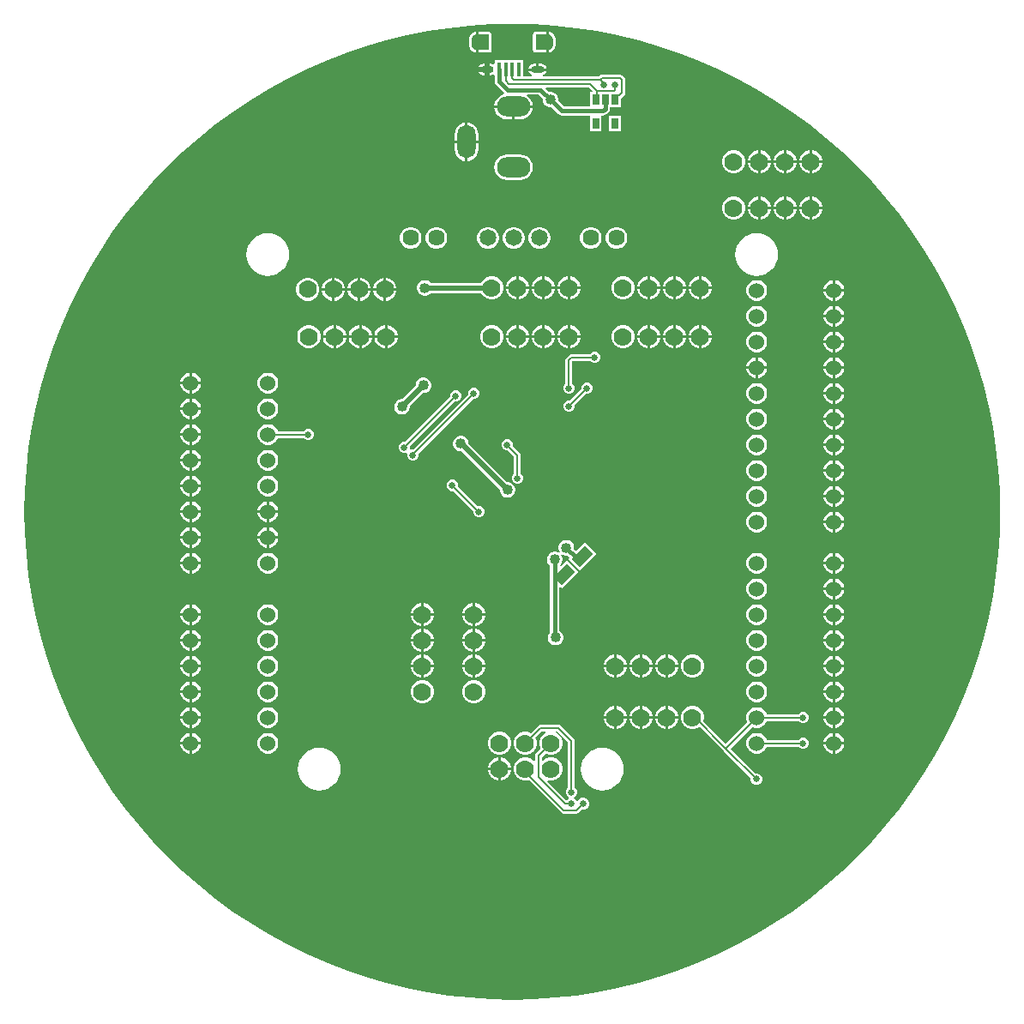
<source format=gbl>
G04*
G04 #@! TF.GenerationSoftware,Altium Limited,Altium Designer,24.2.2 (26)*
G04*
G04 Layer_Physical_Order=2*
G04 Layer_Color=16711680*
%FSLAX44Y44*%
%MOMM*%
G71*
G04*
G04 #@! TF.SameCoordinates,F7C56DC2-231D-4419-A4E4-230404E4AC21*
G04*
G04*
G04 #@! TF.FilePolarity,Positive*
G04*
G01*
G75*
%ADD11C,0.1524*%
%ADD12C,0.2540*%
%ADD13C,0.5080*%
%ADD15C,0.3810*%
G04:AMPARAMS|DCode=34|XSize=1.1176mm|YSize=1.8034mm|CornerRadius=0mm|HoleSize=0mm|Usage=FLASHONLY|Rotation=135.000|XOffset=0mm|YOffset=0mm|HoleType=Round|Shape=Rectangle|*
%AMROTATEDRECTD34*
4,1,4,1.0327,0.2425,-0.2425,-1.0327,-1.0327,-0.2425,0.2425,1.0327,1.0327,0.2425,0.0*
%
%ADD34ROTATEDRECTD34*%

%ADD76C,1.7780*%
%ADD77O,1.8000X3.3000*%
%ADD78O,3.3020X2.0000*%
%ADD79C,1.6500*%
%ADD80C,1.6200*%
%ADD81C,1.5240*%
%ADD82O,1.3000X0.6500*%
%ADD83O,0.7750X1.5500*%
%ADD84C,0.6350*%
%ADD85C,1.0160*%
%ADD86R,0.6350X1.0000*%
%ADD87R,0.3810X1.3500*%
%ADD88R,1.5000X1.5500*%
G36*
X516310Y963809D02*
X537280Y962434D01*
X558170Y960147D01*
X578941Y956950D01*
X599552Y952850D01*
X619965Y947855D01*
X640140Y941974D01*
X660040Y935219D01*
X679626Y927603D01*
X698861Y919139D01*
X717709Y909844D01*
X736134Y899736D01*
X754100Y888834D01*
X771573Y877159D01*
X788521Y864732D01*
X804910Y851579D01*
X820710Y837722D01*
X835890Y823190D01*
X850422Y808010D01*
X864279Y792210D01*
X877432Y775820D01*
X889859Y758873D01*
X901534Y741400D01*
X912436Y723434D01*
X922544Y705009D01*
X931839Y686161D01*
X940303Y666926D01*
X947919Y647340D01*
X954674Y627440D01*
X960555Y607265D01*
X965550Y586852D01*
X969650Y566241D01*
X972847Y545470D01*
X975134Y524580D01*
X976509Y503610D01*
X976959Y482995D01*
X976880Y482600D01*
X976959Y482205D01*
X976509Y461590D01*
X975134Y440620D01*
X972847Y419730D01*
X969650Y398959D01*
X965550Y378348D01*
X960555Y357935D01*
X954674Y337760D01*
X947919Y317860D01*
X940303Y298274D01*
X931839Y279039D01*
X922544Y260191D01*
X912436Y241766D01*
X901534Y223800D01*
X889859Y206327D01*
X877432Y189380D01*
X864279Y172990D01*
X850422Y157190D01*
X835890Y142010D01*
X820710Y127478D01*
X804910Y113621D01*
X788521Y100468D01*
X771573Y88041D01*
X754100Y76366D01*
X736134Y65464D01*
X717709Y55356D01*
X698861Y46061D01*
X679626Y37597D01*
X660040Y29981D01*
X640140Y23226D01*
X619965Y17345D01*
X599552Y12350D01*
X578941Y8250D01*
X558170Y5053D01*
X537280Y2766D01*
X516310Y1391D01*
X495695Y941D01*
X495300Y1020D01*
X494905Y941D01*
X474290Y1391D01*
X453320Y2766D01*
X432430Y5053D01*
X411659Y8250D01*
X391048Y12350D01*
X370635Y17345D01*
X350460Y23226D01*
X330560Y29981D01*
X310974Y37597D01*
X291739Y46061D01*
X272891Y55356D01*
X254466Y65464D01*
X236500Y76366D01*
X219027Y88041D01*
X202080Y100468D01*
X185690Y113621D01*
X169890Y127478D01*
X154710Y142010D01*
X140178Y157190D01*
X126321Y172990D01*
X113168Y189380D01*
X100741Y206327D01*
X89066Y223800D01*
X78164Y241766D01*
X68056Y260191D01*
X58761Y279039D01*
X50297Y298274D01*
X42681Y317860D01*
X35926Y337760D01*
X30045Y357935D01*
X25050Y378348D01*
X20950Y398959D01*
X17753Y419730D01*
X15466Y440620D01*
X14091Y461590D01*
X13641Y482205D01*
X13720Y482600D01*
X13641Y482995D01*
X14091Y503610D01*
X15466Y524580D01*
X17753Y545470D01*
X20950Y566241D01*
X25050Y586852D01*
X30045Y607265D01*
X35926Y627440D01*
X42681Y647340D01*
X50297Y666926D01*
X58761Y686161D01*
X68056Y705009D01*
X78164Y723434D01*
X89066Y741400D01*
X100741Y758873D01*
X113168Y775820D01*
X126321Y792210D01*
X140178Y808010D01*
X154710Y823190D01*
X169890Y837722D01*
X185690Y851579D01*
X202080Y864732D01*
X219027Y877159D01*
X236500Y888834D01*
X254466Y899736D01*
X272891Y909844D01*
X291739Y919139D01*
X310974Y927603D01*
X330560Y935219D01*
X350460Y941974D01*
X370635Y947855D01*
X391048Y952850D01*
X411659Y956950D01*
X432430Y960147D01*
X453320Y962434D01*
X474290Y963809D01*
X494905Y964259D01*
X495300Y964180D01*
X495695Y964259D01*
X516310Y963809D01*
D02*
G37*
%LPC*%
G36*
X518350Y956540D02*
X518300D01*
X517309Y956343D01*
X516469Y955781D01*
X515907Y954941D01*
X515710Y953950D01*
Y938400D01*
X515907Y937409D01*
X516469Y936569D01*
X517309Y936007D01*
X518300Y935810D01*
X529030D01*
Y938400D01*
X518300D01*
Y953950D01*
X518350D01*
Y953900D01*
X529030D01*
Y956490D01*
X518601D01*
X518350Y956540D01*
D02*
G37*
G36*
X461570Y951564D02*
Y946150D01*
Y940743D01*
X461660Y940800D01*
X461770Y940880D01*
X461870Y940960D01*
X461970Y941040D01*
X462070Y941130D01*
X462160Y941230D01*
X462240Y941330D01*
X462320Y941430D01*
X462400Y941540D01*
X462470Y941650D01*
X462530Y941770D01*
X462580Y941880D01*
X462630Y942000D01*
X462680Y942130D01*
X462710Y942250D01*
X462750Y942380D01*
X462770Y942510D01*
X462790Y942640D01*
X462800Y942770D01*
Y942900D01*
Y943000D01*
Y949300D01*
Y949400D01*
Y949540D01*
X462790Y949670D01*
X462770Y949800D01*
X462750Y949930D01*
X462720Y950060D01*
X462680Y950180D01*
X462630Y950300D01*
X462580Y950420D01*
X462530Y950540D01*
X462470Y950660D01*
X462400Y950770D01*
X462320Y950870D01*
X462250Y950980D01*
X462160Y951080D01*
X462070Y951170D01*
X461980Y951260D01*
X461880Y951350D01*
X461770Y951420D01*
X461670Y951500D01*
X461570Y951564D01*
D02*
G37*
G36*
X459030Y951564D02*
X458930Y951500D01*
X458830Y951420D01*
X458720Y951350D01*
X458620Y951260D01*
X458530Y951170D01*
X458440Y951080D01*
X458350Y950980D01*
X458280Y950870D01*
X458200Y950770D01*
X458130Y950660D01*
X458070Y950540D01*
X458020Y950420D01*
X457970Y950300D01*
X457920Y950180D01*
X457880Y950060D01*
X457850Y949930D01*
X457830Y949800D01*
X457810Y949670D01*
X457800Y949540D01*
Y949400D01*
Y942900D01*
Y942770D01*
X457810Y942640D01*
X457830Y942510D01*
X457850Y942380D01*
X457890Y942250D01*
X457920Y942130D01*
X457970Y942000D01*
X458020Y941880D01*
X458070Y941770D01*
X458130Y941650D01*
X458200Y941540D01*
X458280Y941430D01*
X458360Y941330D01*
X458440Y941230D01*
X458530Y941130D01*
X458630Y941040D01*
X458730Y940960D01*
X458830Y940880D01*
X458940Y940800D01*
X459030Y940743D01*
Y946150D01*
Y951564D01*
D02*
G37*
G36*
X529030Y951557D02*
X528940Y951500D01*
X528830Y951420D01*
X528730Y951340D01*
X528630Y951260D01*
X528530Y951170D01*
X528440Y951070D01*
X528360Y950970D01*
X528280Y950870D01*
X528200Y950760D01*
X528130Y950650D01*
X528070Y950530D01*
X528020Y950420D01*
X527970Y950300D01*
X527920Y950170D01*
X527890Y950050D01*
X527850Y949920D01*
X527830Y949790D01*
X527810Y949660D01*
X527800Y949530D01*
Y949400D01*
Y949300D01*
Y943000D01*
Y942900D01*
Y942760D01*
X527810Y942630D01*
X527830Y942500D01*
X527850Y942370D01*
X527880Y942240D01*
X527920Y942120D01*
X527970Y942000D01*
X528020Y941880D01*
X528070Y941760D01*
X528130Y941640D01*
X528200Y941530D01*
X528280Y941430D01*
X528350Y941320D01*
X528440Y941220D01*
X528530Y941130D01*
X528620Y941040D01*
X528720Y940950D01*
X528830Y940880D01*
X528930Y940800D01*
X529030Y940736D01*
Y946150D01*
Y951557D01*
D02*
G37*
G36*
X531570D02*
Y946150D01*
Y940736D01*
X531670Y940800D01*
X531770Y940880D01*
X531880Y940950D01*
X531980Y941040D01*
X532070Y941130D01*
X532160Y941220D01*
X532250Y941320D01*
X532320Y941430D01*
X532400Y941530D01*
X532470Y941640D01*
X532530Y941760D01*
X532580Y941880D01*
X532630Y942000D01*
X532680Y942120D01*
X532720Y942240D01*
X532750Y942370D01*
X532770Y942500D01*
X532790Y942630D01*
X532800Y942760D01*
Y942900D01*
Y949400D01*
Y949530D01*
X532790Y949660D01*
X532770Y949790D01*
X532750Y949920D01*
X532710Y950050D01*
X532680Y950170D01*
X532630Y950300D01*
X532580Y950420D01*
X532530Y950530D01*
X532470Y950650D01*
X532400Y950760D01*
X532320Y950870D01*
X532240Y950970D01*
X532160Y951070D01*
X532070Y951170D01*
X531970Y951260D01*
X531870Y951340D01*
X531770Y951420D01*
X531660Y951500D01*
X531570Y951557D01*
D02*
G37*
G36*
X472300Y956490D02*
X461570D01*
Y953900D01*
X472300D01*
Y938350D01*
X472250D01*
Y938400D01*
X461570D01*
Y935810D01*
X471999D01*
X472250Y935760D01*
X472300D01*
X473291Y935957D01*
X474131Y936519D01*
X474693Y937359D01*
X474890Y938350D01*
Y953900D01*
X474693Y954891D01*
X474131Y955731D01*
X473291Y956293D01*
X472300Y956490D01*
D02*
G37*
G36*
X459021Y956383D02*
X458761Y956333D01*
X458705Y956311D01*
X458646Y956308D01*
X458396Y956248D01*
X458351Y956228D01*
X458302Y956224D01*
X458052Y956154D01*
X457967Y956111D01*
X457873Y956097D01*
X457623Y956007D01*
X457567Y955973D01*
X457504Y955960D01*
X457264Y955861D01*
X457226Y955835D01*
X457181Y955824D01*
X456941Y955714D01*
X456851Y955649D01*
X456746Y955614D01*
X456516Y955485D01*
X456497Y955468D01*
X456473Y955460D01*
X456253Y955330D01*
X456168Y955254D01*
X456065Y955208D01*
X455855Y955058D01*
X455827Y955028D01*
X455790Y955010D01*
X455580Y954850D01*
X455534Y954797D01*
X455473Y954763D01*
X455273Y954593D01*
X455229Y954538D01*
X455169Y954500D01*
X454979Y954320D01*
X454938Y954262D01*
X454880Y954221D01*
X454700Y954031D01*
X454662Y953971D01*
X454607Y953927D01*
X454437Y953727D01*
X454403Y953666D01*
X454350Y953620D01*
X454190Y953410D01*
X454172Y953373D01*
X454142Y953345D01*
X453993Y953135D01*
X453946Y953032D01*
X453870Y952947D01*
X453740Y952728D01*
X453732Y952703D01*
X453715Y952684D01*
X453585Y952454D01*
X453551Y952349D01*
X453486Y952259D01*
X453376Y952019D01*
X453365Y951974D01*
X453340Y951936D01*
X453240Y951696D01*
X453227Y951633D01*
X453193Y951577D01*
X453103Y951327D01*
X453089Y951233D01*
X453046Y951148D01*
X452976Y950898D01*
X452972Y950849D01*
X452952Y950804D01*
X452892Y950554D01*
X452889Y950495D01*
X452867Y950439D01*
X452817Y950179D01*
X452817Y950081D01*
X452787Y949987D01*
X452757Y949727D01*
X452761Y949677D01*
X452748Y949629D01*
X452728Y949369D01*
X452734Y949317D01*
X452722Y949266D01*
X452712Y948996D01*
X452720Y948948D01*
X452710Y948900D01*
Y943400D01*
X452720Y943350D01*
X452712Y943300D01*
X452722Y943040D01*
X452734Y942991D01*
X452728Y942942D01*
X452748Y942682D01*
X452761Y942633D01*
X452757Y942583D01*
X452787Y942323D01*
X452817Y942229D01*
X452817Y942131D01*
X452867Y941871D01*
X452889Y941815D01*
X452892Y941756D01*
X452952Y941506D01*
X452967Y941473D01*
X452969Y941437D01*
X453039Y941177D01*
X453095Y941064D01*
X453115Y940941D01*
X453205Y940701D01*
X453230Y940660D01*
X453240Y940614D01*
X453340Y940374D01*
X453365Y940336D01*
X453376Y940291D01*
X453486Y940051D01*
X453551Y939961D01*
X453586Y939856D01*
X453716Y939626D01*
X453760Y939574D01*
X453785Y939510D01*
X453925Y939289D01*
X453925Y939289D01*
X454065Y939070D01*
X454142Y938990D01*
X454190Y938890D01*
X454350Y938680D01*
X454403Y938634D01*
X454437Y938573D01*
X454607Y938373D01*
X454662Y938329D01*
X454700Y938269D01*
X454880Y938079D01*
X454938Y938038D01*
X454979Y937980D01*
X455169Y937800D01*
X455229Y937762D01*
X455273Y937707D01*
X455473Y937537D01*
X455534Y937503D01*
X455580Y937450D01*
X455790Y937290D01*
X455890Y937242D01*
X455970Y937165D01*
X456190Y937025D01*
X456409Y936885D01*
X456474Y936860D01*
X456526Y936815D01*
X456756Y936685D01*
X456861Y936651D01*
X456951Y936586D01*
X457191Y936476D01*
X457236Y936465D01*
X457274Y936440D01*
X457514Y936339D01*
X457560Y936330D01*
X457601Y936305D01*
X457841Y936215D01*
X457964Y936195D01*
X458077Y936139D01*
X458337Y936069D01*
X458373Y936067D01*
X458406Y936052D01*
X458656Y935992D01*
X458715Y935989D01*
X458771Y935967D01*
X459030Y935917D01*
Y938565D01*
X459010Y938570D01*
X458750Y938640D01*
X458510Y938730D01*
X458270Y938830D01*
X458030Y938940D01*
X457800Y939070D01*
X457580Y939210D01*
X457360Y939350D01*
X457150Y939510D01*
X456950Y939680D01*
X456760Y939860D01*
X456580Y940050D01*
X456410Y940250D01*
X456250Y940460D01*
X456110Y940680D01*
X455970Y940900D01*
X455840Y941130D01*
X455730Y941370D01*
X455630Y941610D01*
X455540Y941850D01*
X455470Y942110D01*
X455410Y942360D01*
X455360Y942620D01*
X455330Y942880D01*
X455310Y943140D01*
X455300Y943400D01*
Y948900D01*
X455310Y949170D01*
X455330Y949430D01*
X455360Y949690D01*
X455410Y949950D01*
X455470Y950200D01*
X455540Y950450D01*
X455630Y950700D01*
X455730Y950940D01*
X455840Y951180D01*
X455970Y951410D01*
X456100Y951630D01*
X456250Y951840D01*
X456410Y952050D01*
X456580Y952250D01*
X456760Y952440D01*
X456950Y952620D01*
X457150Y952790D01*
X457360Y952950D01*
X457570Y953100D01*
X457790Y953230D01*
X458020Y953360D01*
X458260Y953470D01*
X458500Y953570D01*
X458750Y953660D01*
X459000Y953730D01*
X459030Y953737D01*
Y956383D01*
X459021Y956383D01*
D02*
G37*
G36*
X531570Y956383D02*
Y953735D01*
X531590Y953730D01*
X531850Y953660D01*
X532090Y953570D01*
X532330Y953470D01*
X532570Y953360D01*
X532800Y953230D01*
X533020Y953090D01*
X533240Y952950D01*
X533450Y952790D01*
X533650Y952620D01*
X533840Y952440D01*
X534020Y952250D01*
X534190Y952050D01*
X534350Y951840D01*
X534490Y951620D01*
X534630Y951400D01*
X534760Y951170D01*
X534870Y950930D01*
X534970Y950690D01*
X535060Y950450D01*
X535130Y950190D01*
X535190Y949940D01*
X535240Y949680D01*
X535270Y949420D01*
X535290Y949160D01*
X535300Y948900D01*
Y943400D01*
X535290Y943130D01*
X535270Y942870D01*
X535240Y942610D01*
X535190Y942350D01*
X535130Y942100D01*
X535060Y941850D01*
X534970Y941600D01*
X534870Y941360D01*
X534760Y941120D01*
X534630Y940890D01*
X534500Y940670D01*
X534350Y940460D01*
X534190Y940250D01*
X534020Y940050D01*
X533840Y939860D01*
X533650Y939680D01*
X533450Y939510D01*
X533240Y939350D01*
X533030Y939200D01*
X532810Y939070D01*
X532580Y938940D01*
X532340Y938830D01*
X532100Y938730D01*
X531850Y938640D01*
X531600Y938570D01*
X531570Y938563D01*
Y935917D01*
X531579Y935917D01*
X531839Y935967D01*
X531895Y935989D01*
X531954Y935992D01*
X532204Y936052D01*
X532249Y936072D01*
X532298Y936076D01*
X532548Y936146D01*
X532633Y936189D01*
X532727Y936203D01*
X532977Y936293D01*
X533032Y936327D01*
X533096Y936339D01*
X533336Y936440D01*
X533374Y936465D01*
X533419Y936476D01*
X533659Y936586D01*
X533749Y936651D01*
X533854Y936685D01*
X534084Y936815D01*
X534104Y936832D01*
X534128Y936840D01*
X534347Y936970D01*
X534432Y937046D01*
X534535Y937093D01*
X534745Y937243D01*
X534773Y937272D01*
X534810Y937290D01*
X535020Y937450D01*
X535066Y937503D01*
X535127Y937537D01*
X535327Y937707D01*
X535371Y937762D01*
X535431Y937800D01*
X535621Y937980D01*
X535662Y938038D01*
X535720Y938079D01*
X535900Y938269D01*
X535938Y938329D01*
X535993Y938373D01*
X536163Y938573D01*
X536197Y938634D01*
X536250Y938680D01*
X536410Y938890D01*
X536428Y938927D01*
X536457Y938955D01*
X536608Y939165D01*
X536654Y939268D01*
X536730Y939352D01*
X536860Y939573D01*
X536868Y939596D01*
X536885Y939616D01*
X537015Y939846D01*
X537049Y939951D01*
X537114Y940041D01*
X537224Y940281D01*
X537235Y940326D01*
X537261Y940364D01*
X537360Y940604D01*
X537373Y940667D01*
X537407Y940723D01*
X537497Y940973D01*
X537511Y941067D01*
X537554Y941152D01*
X537624Y941402D01*
X537628Y941451D01*
X537648Y941496D01*
X537708Y941746D01*
X537711Y941805D01*
X537733Y941861D01*
X537783Y942121D01*
X537783Y942219D01*
X537813Y942313D01*
X537843Y942573D01*
X537839Y942623D01*
X537852Y942672D01*
X537872Y942932D01*
X537866Y942983D01*
X537878Y943034D01*
X537888Y943304D01*
X537880Y943352D01*
X537890Y943400D01*
Y948900D01*
X537880Y948950D01*
X537888Y949000D01*
X537878Y949260D01*
X537866Y949309D01*
X537872Y949359D01*
X537852Y949619D01*
X537839Y949667D01*
X537843Y949717D01*
X537813Y949977D01*
X537783Y950071D01*
X537783Y950169D01*
X537733Y950429D01*
X537711Y950485D01*
X537708Y950544D01*
X537648Y950794D01*
X537633Y950827D01*
X537631Y950863D01*
X537561Y951123D01*
X537505Y951236D01*
X537485Y951359D01*
X537395Y951599D01*
X537370Y951639D01*
X537360Y951686D01*
X537261Y951926D01*
X537235Y951964D01*
X537224Y952009D01*
X537114Y952249D01*
X537049Y952339D01*
X537015Y952444D01*
X536884Y952674D01*
X536840Y952726D01*
X536815Y952791D01*
X536675Y953010D01*
X536675Y953010D01*
X536535Y953230D01*
X536459Y953310D01*
X536410Y953410D01*
X536250Y953620D01*
X536197Y953666D01*
X536163Y953727D01*
X535993Y953927D01*
X535938Y953971D01*
X535900Y954031D01*
X535720Y954221D01*
X535662Y954262D01*
X535621Y954320D01*
X535431Y954500D01*
X535371Y954538D01*
X535327Y954593D01*
X535127Y954763D01*
X535066Y954797D01*
X535020Y954850D01*
X534810Y955010D01*
X534710Y955059D01*
X534630Y955135D01*
X534410Y955275D01*
X534190Y955415D01*
X534126Y955440D01*
X534074Y955485D01*
X533844Y955614D01*
X533739Y955649D01*
X533649Y955714D01*
X533409Y955824D01*
X533364Y955835D01*
X533326Y955861D01*
X533086Y955960D01*
X533040Y955970D01*
X532999Y955995D01*
X532759Y956085D01*
X532636Y956105D01*
X532523Y956161D01*
X532263Y956231D01*
X532227Y956233D01*
X532194Y956248D01*
X531944Y956308D01*
X531885Y956311D01*
X531829Y956333D01*
X531570Y956383D01*
D02*
G37*
G36*
X506245Y928440D02*
X477855D01*
Y924764D01*
X476585Y924086D01*
X475809Y924604D01*
X473550Y925053D01*
X472586D01*
Y919150D01*
Y913247D01*
X473550D01*
X475809Y913696D01*
X476498Y914156D01*
X477768Y913477D01*
Y907336D01*
X478113Y905602D01*
X479095Y904131D01*
X487045Y896182D01*
X486878Y895201D01*
X486680Y894823D01*
X483736Y893604D01*
X481116Y891594D01*
X479106Y888974D01*
X477843Y885924D01*
X477579Y883920D01*
X496570D01*
X515561D01*
X515297Y885924D01*
X514034Y888974D01*
X512024Y891594D01*
X509724Y893358D01*
X510115Y894628D01*
X521363D01*
X525189Y890802D01*
X525145Y890638D01*
Y888632D01*
X525664Y886694D01*
X526668Y884956D01*
X528086Y883538D01*
X529824Y882534D01*
X531762Y882015D01*
X533768D01*
X533932Y882059D01*
X540863Y875127D01*
X542334Y874145D01*
X544068Y873800D01*
X570999D01*
X572033Y873231D01*
X572033Y872530D01*
Y858151D01*
X583463D01*
Y872530D01*
X583463Y873231D01*
X584497Y873800D01*
X585016D01*
X586750Y874145D01*
X588221Y875127D01*
X590453Y877359D01*
X591435Y878829D01*
X591780Y880564D01*
Y881776D01*
X602463D01*
Y890771D01*
X603065Y891173D01*
X605631Y893739D01*
X606360Y894831D01*
X606617Y896120D01*
Y908804D01*
X606360Y910093D01*
X605631Y911185D01*
X603718Y913098D01*
X602626Y913827D01*
X601338Y914084D01*
X583501D01*
X582213Y913827D01*
X581120Y913098D01*
X580487Y912465D01*
X526281D01*
X525850Y913640D01*
X525867Y913735D01*
X527724Y914976D01*
X529004Y916891D01*
X529201Y917880D01*
X511399D01*
X511596Y916891D01*
X512876Y914976D01*
X514733Y913735D01*
X514750Y913640D01*
X514319Y912465D01*
X506245D01*
Y928440D01*
D02*
G37*
G36*
X468014Y925053D02*
X467050D01*
X464791Y924604D01*
X462876Y923324D01*
X461614Y921436D01*
X468014D01*
Y925053D01*
D02*
G37*
G36*
X523550D02*
X521570D01*
Y920420D01*
X529201D01*
X529004Y921409D01*
X527724Y923324D01*
X525809Y924604D01*
X523550Y925053D01*
D02*
G37*
G36*
X519030D02*
X517050D01*
X514791Y924604D01*
X512876Y923324D01*
X511596Y921409D01*
X511399Y920420D01*
X519030D01*
Y925053D01*
D02*
G37*
G36*
X468014Y916864D02*
X461614D01*
X462876Y914976D01*
X464791Y913696D01*
X467050Y913247D01*
X468014D01*
Y916864D01*
D02*
G37*
G36*
X515561Y881380D02*
X497840D01*
Y870002D01*
X503080D01*
X506354Y870433D01*
X509404Y871696D01*
X512024Y873706D01*
X514034Y876326D01*
X515297Y879376D01*
X515561Y881380D01*
D02*
G37*
G36*
X495300D02*
X477579D01*
X477843Y879376D01*
X479106Y876326D01*
X481116Y873706D01*
X483736Y871696D01*
X486786Y870433D01*
X490060Y870002D01*
X495300D01*
Y881380D01*
D02*
G37*
G36*
X602463Y873231D02*
X591033D01*
Y858151D01*
X602463D01*
Y873231D01*
D02*
G37*
G36*
X451340Y866622D02*
Y848920D01*
X461710D01*
Y855150D01*
X461313Y858163D01*
X460150Y860970D01*
X458300Y863380D01*
X455890Y865230D01*
X453083Y866393D01*
X451340Y866622D01*
D02*
G37*
G36*
X448800D02*
X447057Y866393D01*
X444250Y865230D01*
X441840Y863380D01*
X439990Y860970D01*
X438827Y858163D01*
X438430Y855150D01*
Y848920D01*
X448800D01*
Y866622D01*
D02*
G37*
G36*
X791445Y839470D02*
X791210D01*
Y829310D01*
X801370D01*
Y829545D01*
X800591Y832452D01*
X799086Y835058D01*
X796958Y837186D01*
X794352Y838691D01*
X791445Y839470D01*
D02*
G37*
G36*
X788670D02*
X788435D01*
X785528Y838691D01*
X782922Y837186D01*
X780794Y835058D01*
X779289Y832452D01*
X778510Y829545D01*
Y829310D01*
X788670D01*
Y839470D01*
D02*
G37*
G36*
X766045D02*
X765810D01*
Y829310D01*
X775970D01*
Y829545D01*
X775191Y832452D01*
X773686Y835058D01*
X771558Y837186D01*
X768952Y838691D01*
X766045Y839470D01*
D02*
G37*
G36*
X763270D02*
X763035D01*
X760128Y838691D01*
X757522Y837186D01*
X755394Y835058D01*
X753889Y832452D01*
X753110Y829545D01*
Y829310D01*
X763270D01*
Y839470D01*
D02*
G37*
G36*
X740645D02*
X740410D01*
Y829310D01*
X750570D01*
Y829545D01*
X749791Y832452D01*
X748286Y835058D01*
X746158Y837186D01*
X743552Y838691D01*
X740645Y839470D01*
D02*
G37*
G36*
X737870D02*
X737635D01*
X734728Y838691D01*
X732122Y837186D01*
X729994Y835058D01*
X728489Y832452D01*
X727710Y829545D01*
Y829310D01*
X737870D01*
Y839470D01*
D02*
G37*
G36*
X461710Y846380D02*
X451340D01*
Y828678D01*
X453083Y828907D01*
X455890Y830070D01*
X458300Y831920D01*
X460150Y834330D01*
X461313Y837137D01*
X461710Y840150D01*
Y846380D01*
D02*
G37*
G36*
X448800D02*
X438430D01*
Y840150D01*
X438827Y837137D01*
X439990Y834330D01*
X441840Y831920D01*
X444250Y830070D01*
X447057Y828907D01*
X448800Y828678D01*
Y846380D01*
D02*
G37*
G36*
X801370Y826770D02*
X791210D01*
Y816610D01*
X791445D01*
X794352Y817389D01*
X796958Y818894D01*
X799086Y821022D01*
X800591Y823628D01*
X801370Y826535D01*
Y826770D01*
D02*
G37*
G36*
X788670D02*
X778510D01*
Y826535D01*
X779289Y823628D01*
X780794Y821022D01*
X782922Y818894D01*
X785528Y817389D01*
X788435Y816610D01*
X788670D01*
Y826770D01*
D02*
G37*
G36*
X775970D02*
X765810D01*
Y816610D01*
X766045D01*
X768952Y817389D01*
X771558Y818894D01*
X773686Y821022D01*
X775191Y823628D01*
X775970Y826535D01*
Y826770D01*
D02*
G37*
G36*
X763270D02*
X753110D01*
Y826535D01*
X753889Y823628D01*
X755394Y821022D01*
X757522Y818894D01*
X760128Y817389D01*
X763035Y816610D01*
X763270D01*
Y826770D01*
D02*
G37*
G36*
X750570D02*
X740410D01*
Y816610D01*
X740645D01*
X743552Y817389D01*
X746158Y818894D01*
X748286Y821022D01*
X749791Y823628D01*
X750570Y826535D01*
Y826770D01*
D02*
G37*
G36*
X737870D02*
X727710D01*
Y826535D01*
X728489Y823628D01*
X729994Y821022D01*
X732122Y818894D01*
X734728Y817389D01*
X737635Y816610D01*
X737870D01*
Y826770D01*
D02*
G37*
G36*
X715245Y839470D02*
X712235D01*
X709328Y838691D01*
X706722Y837186D01*
X704594Y835058D01*
X703089Y832452D01*
X702310Y829545D01*
Y826535D01*
X703089Y823628D01*
X704594Y821022D01*
X706722Y818894D01*
X709328Y817389D01*
X712235Y816610D01*
X715245D01*
X718152Y817389D01*
X720758Y818894D01*
X722886Y821022D01*
X724391Y823628D01*
X725170Y826535D01*
Y829545D01*
X724391Y832452D01*
X722886Y835058D01*
X720758Y837186D01*
X718152Y838691D01*
X715245Y839470D01*
D02*
G37*
G36*
X503080Y835298D02*
X490060D01*
X486786Y834867D01*
X483736Y833604D01*
X481116Y831594D01*
X479106Y828974D01*
X477843Y825924D01*
X477412Y822650D01*
X477843Y819376D01*
X479106Y816326D01*
X481116Y813706D01*
X483736Y811696D01*
X486786Y810433D01*
X490060Y810002D01*
X503080D01*
X506354Y810433D01*
X509404Y811696D01*
X512024Y813706D01*
X514034Y816326D01*
X515297Y819376D01*
X515728Y822650D01*
X515297Y825924D01*
X514034Y828974D01*
X512024Y831594D01*
X509404Y833604D01*
X506354Y834867D01*
X503080Y835298D01*
D02*
G37*
G36*
X791445Y793750D02*
X791210D01*
Y783590D01*
X801370D01*
Y783825D01*
X800591Y786732D01*
X799086Y789338D01*
X796958Y791466D01*
X794352Y792971D01*
X791445Y793750D01*
D02*
G37*
G36*
X788670D02*
X788435D01*
X785528Y792971D01*
X782922Y791466D01*
X780794Y789338D01*
X779289Y786732D01*
X778510Y783825D01*
Y783590D01*
X788670D01*
Y793750D01*
D02*
G37*
G36*
X766045D02*
X765810D01*
Y783590D01*
X775970D01*
Y783825D01*
X775191Y786732D01*
X773686Y789338D01*
X771558Y791466D01*
X768952Y792971D01*
X766045Y793750D01*
D02*
G37*
G36*
X763270D02*
X763035D01*
X760128Y792971D01*
X757522Y791466D01*
X755394Y789338D01*
X753889Y786732D01*
X753110Y783825D01*
Y783590D01*
X763270D01*
Y793750D01*
D02*
G37*
G36*
X740645D02*
X740410D01*
Y783590D01*
X750570D01*
Y783825D01*
X749791Y786732D01*
X748286Y789338D01*
X746158Y791466D01*
X743552Y792971D01*
X740645Y793750D01*
D02*
G37*
G36*
X737870D02*
X737635D01*
X734728Y792971D01*
X732122Y791466D01*
X729994Y789338D01*
X728489Y786732D01*
X727710Y783825D01*
Y783590D01*
X737870D01*
Y793750D01*
D02*
G37*
G36*
X801370Y781050D02*
X791210D01*
Y770890D01*
X791445D01*
X794352Y771669D01*
X796958Y773174D01*
X799086Y775302D01*
X800591Y777908D01*
X801370Y780815D01*
Y781050D01*
D02*
G37*
G36*
X788670D02*
X778510D01*
Y780815D01*
X779289Y777908D01*
X780794Y775302D01*
X782922Y773174D01*
X785528Y771669D01*
X788435Y770890D01*
X788670D01*
Y781050D01*
D02*
G37*
G36*
X775970D02*
X765810D01*
Y770890D01*
X766045D01*
X768952Y771669D01*
X771558Y773174D01*
X773686Y775302D01*
X775191Y777908D01*
X775970Y780815D01*
Y781050D01*
D02*
G37*
G36*
X763270D02*
X753110D01*
Y780815D01*
X753889Y777908D01*
X755394Y775302D01*
X757522Y773174D01*
X760128Y771669D01*
X763035Y770890D01*
X763270D01*
Y781050D01*
D02*
G37*
G36*
X750570D02*
X740410D01*
Y770890D01*
X740645D01*
X743552Y771669D01*
X746158Y773174D01*
X748286Y775302D01*
X749791Y777908D01*
X750570Y780815D01*
Y781050D01*
D02*
G37*
G36*
X737870D02*
X727710D01*
Y780815D01*
X728489Y777908D01*
X729994Y775302D01*
X732122Y773174D01*
X734728Y771669D01*
X737635Y770890D01*
X737870D01*
Y781050D01*
D02*
G37*
G36*
X715245Y793750D02*
X712235D01*
X709328Y792971D01*
X706722Y791466D01*
X704594Y789338D01*
X703089Y786732D01*
X702310Y783825D01*
Y780815D01*
X703089Y777908D01*
X704594Y775302D01*
X706722Y773174D01*
X709328Y771669D01*
X712235Y770890D01*
X715245D01*
X718152Y771669D01*
X720758Y773174D01*
X722886Y775302D01*
X724391Y777908D01*
X725170Y780815D01*
Y783825D01*
X724391Y786732D01*
X722886Y789338D01*
X720758Y791466D01*
X718152Y792971D01*
X715245Y793750D01*
D02*
G37*
G36*
X599571Y763496D02*
X596769D01*
X594063Y762771D01*
X591637Y761370D01*
X589656Y759389D01*
X588255Y756963D01*
X587530Y754257D01*
Y751455D01*
X588255Y748749D01*
X589656Y746323D01*
X591637Y744342D01*
X594063Y742941D01*
X596769Y742216D01*
X599571D01*
X602277Y742941D01*
X604703Y744342D01*
X606684Y746323D01*
X608085Y748749D01*
X608810Y751455D01*
Y754257D01*
X608085Y756963D01*
X606684Y759389D01*
X604703Y761370D01*
X602277Y762771D01*
X599571Y763496D01*
D02*
G37*
G36*
X574171D02*
X571369D01*
X568663Y762771D01*
X566237Y761370D01*
X564256Y759389D01*
X562855Y756963D01*
X562130Y754257D01*
Y751455D01*
X562855Y748749D01*
X564256Y746323D01*
X566237Y744342D01*
X568663Y742941D01*
X571369Y742216D01*
X574171D01*
X576877Y742941D01*
X579303Y744342D01*
X581284Y746323D01*
X582685Y748749D01*
X583410Y751455D01*
Y754257D01*
X582685Y756963D01*
X581284Y759389D01*
X579303Y761370D01*
X576877Y762771D01*
X574171Y763496D01*
D02*
G37*
G36*
X421771D02*
X418969D01*
X416263Y762771D01*
X413837Y761370D01*
X411856Y759389D01*
X410455Y756963D01*
X409730Y754257D01*
Y751455D01*
X410455Y748749D01*
X411856Y746323D01*
X413837Y744342D01*
X416263Y742941D01*
X418969Y742216D01*
X421771D01*
X424477Y742941D01*
X426903Y744342D01*
X428884Y746323D01*
X430285Y748749D01*
X431010Y751455D01*
Y754257D01*
X430285Y756963D01*
X428884Y759389D01*
X426903Y761370D01*
X424477Y762771D01*
X421771Y763496D01*
D02*
G37*
G36*
X396371D02*
X393569D01*
X390863Y762771D01*
X388437Y761370D01*
X386456Y759389D01*
X385055Y756963D01*
X384330Y754257D01*
Y751455D01*
X385055Y748749D01*
X386456Y746323D01*
X388437Y744342D01*
X390863Y742941D01*
X393569Y742216D01*
X396371D01*
X399077Y742941D01*
X401503Y744342D01*
X403484Y746323D01*
X404885Y748749D01*
X405610Y751455D01*
Y754257D01*
X404885Y756963D01*
X403484Y759389D01*
X401503Y761370D01*
X399077Y762771D01*
X396371Y763496D01*
D02*
G37*
G36*
X523391Y763646D02*
X520550D01*
X517805Y762911D01*
X515345Y761490D01*
X513336Y759481D01*
X511915Y757021D01*
X511180Y754277D01*
Y751435D01*
X511915Y748691D01*
X513336Y746231D01*
X515345Y744222D01*
X517805Y742801D01*
X520550Y742066D01*
X523391D01*
X526135Y742801D01*
X528595Y744222D01*
X530604Y746231D01*
X532025Y748691D01*
X532760Y751435D01*
Y754277D01*
X532025Y757021D01*
X530604Y759481D01*
X528595Y761490D01*
X526135Y762911D01*
X523391Y763646D01*
D02*
G37*
G36*
X497990D02*
X495149D01*
X492405Y762911D01*
X489945Y761490D01*
X487936Y759481D01*
X486515Y757021D01*
X485780Y754277D01*
Y751435D01*
X486515Y748691D01*
X487936Y746231D01*
X489945Y744222D01*
X492405Y742801D01*
X495149Y742066D01*
X497990D01*
X500735Y742801D01*
X503195Y744222D01*
X505204Y746231D01*
X506625Y748691D01*
X507360Y751435D01*
Y754277D01*
X506625Y757021D01*
X505204Y759481D01*
X503195Y761490D01*
X500735Y762911D01*
X497990Y763646D01*
D02*
G37*
G36*
X472590D02*
X469749D01*
X467005Y762911D01*
X464545Y761490D01*
X462536Y759481D01*
X461115Y757021D01*
X460380Y754277D01*
Y751435D01*
X461115Y748691D01*
X462536Y746231D01*
X464545Y744222D01*
X467005Y742801D01*
X469749Y742066D01*
X472590D01*
X475335Y742801D01*
X477795Y744222D01*
X479804Y746231D01*
X481225Y748691D01*
X481960Y751435D01*
Y754277D01*
X481225Y757021D01*
X479804Y759481D01*
X477795Y761490D01*
X475335Y762911D01*
X472590Y763646D01*
D02*
G37*
G36*
X736600Y757782D02*
X732468Y757375D01*
X728494Y756170D01*
X724832Y754212D01*
X721622Y751578D01*
X718988Y748368D01*
X717030Y744706D01*
X715825Y740732D01*
X715418Y736600D01*
X715825Y732468D01*
X717030Y728494D01*
X718988Y724832D01*
X721622Y721622D01*
X724832Y718988D01*
X728494Y717030D01*
X732468Y715825D01*
X736600Y715418D01*
X740732Y715825D01*
X744706Y717030D01*
X748368Y718988D01*
X751578Y721622D01*
X754212Y724832D01*
X756170Y728494D01*
X757375Y732468D01*
X757782Y736600D01*
X757375Y740732D01*
X756170Y744706D01*
X754212Y748368D01*
X751578Y751578D01*
X748368Y754212D01*
X744706Y756170D01*
X740732Y757375D01*
X736600Y757782D01*
D02*
G37*
G36*
X254000D02*
X249868Y757375D01*
X245894Y756170D01*
X242232Y754212D01*
X239022Y751578D01*
X236388Y748368D01*
X234430Y744706D01*
X233225Y740732D01*
X232818Y736600D01*
X233225Y732468D01*
X234430Y728494D01*
X236388Y724832D01*
X239022Y721622D01*
X242232Y718988D01*
X245894Y717030D01*
X249868Y715825D01*
X254000Y715418D01*
X258132Y715825D01*
X262106Y717030D01*
X265768Y718988D01*
X268978Y721622D01*
X271612Y724832D01*
X273570Y728494D01*
X274775Y732468D01*
X275182Y736600D01*
X274775Y740732D01*
X273570Y744706D01*
X271612Y748368D01*
X268978Y751578D01*
X265768Y754212D01*
X262106Y756170D01*
X258132Y757375D01*
X254000Y757782D01*
D02*
G37*
G36*
X476485Y715010D02*
X473475D01*
X470568Y714231D01*
X467962Y712726D01*
X465834Y710598D01*
X464772Y708760D01*
X414537D01*
X413619Y709678D01*
X411881Y710681D01*
X409943Y711200D01*
X407937D01*
X405999Y710681D01*
X404261Y709678D01*
X402842Y708259D01*
X401839Y706521D01*
X401320Y704583D01*
Y702577D01*
X401839Y700639D01*
X402842Y698901D01*
X404261Y697483D01*
X405999Y696479D01*
X407937Y695960D01*
X409943D01*
X411881Y696479D01*
X413619Y697483D01*
X414537Y698400D01*
X464772D01*
X465834Y696562D01*
X467962Y694434D01*
X470568Y692929D01*
X473475Y692150D01*
X476485D01*
X479392Y692929D01*
X481998Y694434D01*
X484126Y696562D01*
X485631Y699168D01*
X486410Y702075D01*
Y705085D01*
X485631Y707992D01*
X484126Y710598D01*
X481998Y712726D01*
X479392Y714231D01*
X476485Y715010D01*
D02*
G37*
G36*
X682225D02*
X681990D01*
Y704850D01*
X692150D01*
Y705085D01*
X691371Y707992D01*
X689866Y710598D01*
X687738Y712726D01*
X685132Y714231D01*
X682225Y715010D01*
D02*
G37*
G36*
X679450D02*
X679215D01*
X676308Y714231D01*
X673702Y712726D01*
X671574Y710598D01*
X670069Y707992D01*
X669290Y705085D01*
Y704850D01*
X679450D01*
Y715010D01*
D02*
G37*
G36*
X656825D02*
X656590D01*
Y704850D01*
X666750D01*
Y705085D01*
X665971Y707992D01*
X664466Y710598D01*
X662338Y712726D01*
X659732Y714231D01*
X656825Y715010D01*
D02*
G37*
G36*
X654050D02*
X653815D01*
X650908Y714231D01*
X648302Y712726D01*
X646174Y710598D01*
X644669Y707992D01*
X643890Y705085D01*
Y704850D01*
X654050D01*
Y715010D01*
D02*
G37*
G36*
X631425D02*
X631190D01*
Y704850D01*
X641350D01*
Y705085D01*
X640571Y707992D01*
X639066Y710598D01*
X636938Y712726D01*
X634332Y714231D01*
X631425Y715010D01*
D02*
G37*
G36*
X628650D02*
X628415D01*
X625508Y714231D01*
X622902Y712726D01*
X620774Y710598D01*
X619269Y707992D01*
X618490Y705085D01*
Y704850D01*
X628650D01*
Y715010D01*
D02*
G37*
G36*
X552685D02*
X552450D01*
Y704850D01*
X562610D01*
Y705085D01*
X561831Y707992D01*
X560326Y710598D01*
X558198Y712726D01*
X555592Y714231D01*
X552685Y715010D01*
D02*
G37*
G36*
X549910D02*
X549675D01*
X546768Y714231D01*
X544162Y712726D01*
X542034Y710598D01*
X540529Y707992D01*
X539750Y705085D01*
Y704850D01*
X549910D01*
Y715010D01*
D02*
G37*
G36*
X527285D02*
X527050D01*
Y704850D01*
X537210D01*
Y705085D01*
X536431Y707992D01*
X534926Y710598D01*
X532798Y712726D01*
X530192Y714231D01*
X527285Y715010D01*
D02*
G37*
G36*
X524510D02*
X524275D01*
X521368Y714231D01*
X518762Y712726D01*
X516634Y710598D01*
X515129Y707992D01*
X514350Y705085D01*
Y704850D01*
X524510D01*
Y715010D01*
D02*
G37*
G36*
X501885D02*
X501650D01*
Y704850D01*
X511810D01*
Y705085D01*
X511031Y707992D01*
X509526Y710598D01*
X507398Y712726D01*
X504792Y714231D01*
X501885Y715010D01*
D02*
G37*
G36*
X499110D02*
X498875D01*
X495968Y714231D01*
X493362Y712726D01*
X491234Y710598D01*
X489729Y707992D01*
X488950Y705085D01*
Y704850D01*
X499110D01*
Y715010D01*
D02*
G37*
G36*
X371075Y713486D02*
X370840D01*
Y703326D01*
X381000D01*
Y703561D01*
X380221Y706468D01*
X378716Y709074D01*
X376588Y711202D01*
X373982Y712707D01*
X371075Y713486D01*
D02*
G37*
G36*
X368300D02*
X368065D01*
X365158Y712707D01*
X362552Y711202D01*
X360424Y709074D01*
X358919Y706468D01*
X358140Y703561D01*
Y703326D01*
X368300D01*
Y713486D01*
D02*
G37*
G36*
X345675D02*
X345440D01*
Y703326D01*
X355600D01*
Y703561D01*
X354821Y706468D01*
X353316Y709074D01*
X351188Y711202D01*
X348582Y712707D01*
X345675Y713486D01*
D02*
G37*
G36*
X342900D02*
X342665D01*
X339758Y712707D01*
X337152Y711202D01*
X335024Y709074D01*
X333519Y706468D01*
X332740Y703561D01*
Y703326D01*
X342900D01*
Y713486D01*
D02*
G37*
G36*
X320275D02*
X320040D01*
Y703326D01*
X330200D01*
Y703561D01*
X329421Y706468D01*
X327916Y709074D01*
X325788Y711202D01*
X323182Y712707D01*
X320275Y713486D01*
D02*
G37*
G36*
X317500D02*
X317265D01*
X314358Y712707D01*
X311752Y711202D01*
X309624Y709074D01*
X308119Y706468D01*
X307340Y703561D01*
Y703326D01*
X317500D01*
Y713486D01*
D02*
G37*
G36*
X814138Y711200D02*
X814070D01*
Y702310D01*
X822960D01*
Y702378D01*
X822268Y704962D01*
X820930Y707278D01*
X819038Y709170D01*
X816722Y710508D01*
X814138Y711200D01*
D02*
G37*
G36*
X811530D02*
X811462D01*
X808878Y710508D01*
X806562Y709170D01*
X804670Y707278D01*
X803332Y704962D01*
X802640Y702378D01*
Y702310D01*
X811530D01*
Y711200D01*
D02*
G37*
G36*
X692150Y702310D02*
X681990D01*
Y692150D01*
X682225D01*
X685132Y692929D01*
X687738Y694434D01*
X689866Y696562D01*
X691371Y699168D01*
X692150Y702075D01*
Y702310D01*
D02*
G37*
G36*
X679450D02*
X669290D01*
Y702075D01*
X670069Y699168D01*
X671574Y696562D01*
X673702Y694434D01*
X676308Y692929D01*
X679215Y692150D01*
X679450D01*
Y702310D01*
D02*
G37*
G36*
X666750D02*
X656590D01*
Y692150D01*
X656825D01*
X659732Y692929D01*
X662338Y694434D01*
X664466Y696562D01*
X665971Y699168D01*
X666750Y702075D01*
Y702310D01*
D02*
G37*
G36*
X654050D02*
X643890D01*
Y702075D01*
X644669Y699168D01*
X646174Y696562D01*
X648302Y694434D01*
X650908Y692929D01*
X653815Y692150D01*
X654050D01*
Y702310D01*
D02*
G37*
G36*
X641350D02*
X631190D01*
Y692150D01*
X631425D01*
X634332Y692929D01*
X636938Y694434D01*
X639066Y696562D01*
X640571Y699168D01*
X641350Y702075D01*
Y702310D01*
D02*
G37*
G36*
X628650D02*
X618490D01*
Y702075D01*
X619269Y699168D01*
X620774Y696562D01*
X622902Y694434D01*
X625508Y692929D01*
X628415Y692150D01*
X628650D01*
Y702310D01*
D02*
G37*
G36*
X606025Y715010D02*
X603015D01*
X600108Y714231D01*
X597502Y712726D01*
X595374Y710598D01*
X593869Y707992D01*
X593090Y705085D01*
Y702075D01*
X593869Y699168D01*
X595374Y696562D01*
X597502Y694434D01*
X600108Y692929D01*
X603015Y692150D01*
X606025D01*
X608932Y692929D01*
X611538Y694434D01*
X613666Y696562D01*
X615171Y699168D01*
X615950Y702075D01*
Y705085D01*
X615171Y707992D01*
X613666Y710598D01*
X611538Y712726D01*
X608932Y714231D01*
X606025Y715010D01*
D02*
G37*
G36*
X562610Y702310D02*
X552450D01*
Y692150D01*
X552685D01*
X555592Y692929D01*
X558198Y694434D01*
X560326Y696562D01*
X561831Y699168D01*
X562610Y702075D01*
Y702310D01*
D02*
G37*
G36*
X549910D02*
X539750D01*
Y702075D01*
X540529Y699168D01*
X542034Y696562D01*
X544162Y694434D01*
X546768Y692929D01*
X549675Y692150D01*
X549910D01*
Y702310D01*
D02*
G37*
G36*
X537210D02*
X527050D01*
Y692150D01*
X527285D01*
X530192Y692929D01*
X532798Y694434D01*
X534926Y696562D01*
X536431Y699168D01*
X537210Y702075D01*
Y702310D01*
D02*
G37*
G36*
X524510D02*
X514350D01*
Y702075D01*
X515129Y699168D01*
X516634Y696562D01*
X518762Y694434D01*
X521368Y692929D01*
X524275Y692150D01*
X524510D01*
Y702310D01*
D02*
G37*
G36*
X511810D02*
X501650D01*
Y692150D01*
X501885D01*
X504792Y692929D01*
X507398Y694434D01*
X509526Y696562D01*
X511031Y699168D01*
X511810Y702075D01*
Y702310D01*
D02*
G37*
G36*
X499110D02*
X488950D01*
Y702075D01*
X489729Y699168D01*
X491234Y696562D01*
X493362Y694434D01*
X495968Y692929D01*
X498875Y692150D01*
X499110D01*
Y702310D01*
D02*
G37*
G36*
X822960Y699770D02*
X814070D01*
Y690880D01*
X814138D01*
X816722Y691572D01*
X819038Y692910D01*
X820930Y694802D01*
X822268Y697118D01*
X822960Y699702D01*
Y699770D01*
D02*
G37*
G36*
X811530D02*
X802640D01*
Y699702D01*
X803332Y697118D01*
X804670Y694802D01*
X806562Y692910D01*
X808878Y691572D01*
X811462Y690880D01*
X811530D01*
Y699770D01*
D02*
G37*
G36*
X737938Y711200D02*
X735262D01*
X732678Y710508D01*
X730362Y709170D01*
X728470Y707278D01*
X727132Y704962D01*
X726440Y702378D01*
Y699702D01*
X727132Y697118D01*
X728470Y694802D01*
X730362Y692910D01*
X732678Y691572D01*
X735262Y690880D01*
X737938D01*
X740522Y691572D01*
X742838Y692910D01*
X744730Y694802D01*
X746068Y697118D01*
X746760Y699702D01*
Y702378D01*
X746068Y704962D01*
X744730Y707278D01*
X742838Y709170D01*
X740522Y710508D01*
X737938Y711200D01*
D02*
G37*
G36*
X381000Y700786D02*
X370840D01*
Y690626D01*
X371075D01*
X373982Y691405D01*
X376588Y692910D01*
X378716Y695038D01*
X380221Y697644D01*
X381000Y700551D01*
Y700786D01*
D02*
G37*
G36*
X368300D02*
X358140D01*
Y700551D01*
X358919Y697644D01*
X360424Y695038D01*
X362552Y692910D01*
X365158Y691405D01*
X368065Y690626D01*
X368300D01*
Y700786D01*
D02*
G37*
G36*
X355600D02*
X345440D01*
Y690626D01*
X345675D01*
X348582Y691405D01*
X351188Y692910D01*
X353316Y695038D01*
X354821Y697644D01*
X355600Y700551D01*
Y700786D01*
D02*
G37*
G36*
X342900D02*
X332740D01*
Y700551D01*
X333519Y697644D01*
X335024Y695038D01*
X337152Y692910D01*
X339758Y691405D01*
X342665Y690626D01*
X342900D01*
Y700786D01*
D02*
G37*
G36*
X330200D02*
X320040D01*
Y690626D01*
X320275D01*
X323182Y691405D01*
X325788Y692910D01*
X327916Y695038D01*
X329421Y697644D01*
X330200Y700551D01*
Y700786D01*
D02*
G37*
G36*
X317500D02*
X307340D01*
Y700551D01*
X308119Y697644D01*
X309624Y695038D01*
X311752Y692910D01*
X314358Y691405D01*
X317265Y690626D01*
X317500D01*
Y700786D01*
D02*
G37*
G36*
X294875Y713486D02*
X291865D01*
X288958Y712707D01*
X286352Y711202D01*
X284224Y709074D01*
X282719Y706468D01*
X281940Y703561D01*
Y700551D01*
X282719Y697644D01*
X284224Y695038D01*
X286352Y692910D01*
X288958Y691405D01*
X291865Y690626D01*
X294875D01*
X297782Y691405D01*
X300388Y692910D01*
X302516Y695038D01*
X304021Y697644D01*
X304800Y700551D01*
Y703561D01*
X304021Y706468D01*
X302516Y709074D01*
X300388Y711202D01*
X297782Y712707D01*
X294875Y713486D01*
D02*
G37*
G36*
X814138Y685800D02*
X814070D01*
Y676910D01*
X822960D01*
Y676978D01*
X822268Y679562D01*
X820930Y681878D01*
X819038Y683770D01*
X816722Y685108D01*
X814138Y685800D01*
D02*
G37*
G36*
X811530D02*
X811462D01*
X808878Y685108D01*
X806562Y683770D01*
X804670Y681878D01*
X803332Y679562D01*
X802640Y676978D01*
Y676910D01*
X811530D01*
Y685800D01*
D02*
G37*
G36*
X822960Y674370D02*
X814070D01*
Y665480D01*
X814138D01*
X816722Y666172D01*
X819038Y667510D01*
X820930Y669402D01*
X822268Y671718D01*
X822960Y674302D01*
Y674370D01*
D02*
G37*
G36*
X811530D02*
X802640D01*
Y674302D01*
X803332Y671718D01*
X804670Y669402D01*
X806562Y667510D01*
X808878Y666172D01*
X811462Y665480D01*
X811530D01*
Y674370D01*
D02*
G37*
G36*
X737938Y685800D02*
X735262D01*
X732678Y685108D01*
X730362Y683770D01*
X728470Y681878D01*
X727132Y679562D01*
X726440Y676978D01*
Y674302D01*
X727132Y671718D01*
X728470Y669402D01*
X730362Y667510D01*
X732678Y666172D01*
X735262Y665480D01*
X737938D01*
X740522Y666172D01*
X742838Y667510D01*
X744730Y669402D01*
X746068Y671718D01*
X746760Y674302D01*
Y676978D01*
X746068Y679562D01*
X744730Y681878D01*
X742838Y683770D01*
X740522Y685108D01*
X737938Y685800D01*
D02*
G37*
G36*
X682225Y666750D02*
X681990D01*
Y656590D01*
X692150D01*
Y656825D01*
X691371Y659732D01*
X689866Y662338D01*
X687738Y664466D01*
X685132Y665971D01*
X682225Y666750D01*
D02*
G37*
G36*
X679450D02*
X679215D01*
X676308Y665971D01*
X673702Y664466D01*
X671574Y662338D01*
X670069Y659732D01*
X669290Y656825D01*
Y656590D01*
X679450D01*
Y666750D01*
D02*
G37*
G36*
X656825D02*
X656590D01*
Y656590D01*
X666750D01*
Y656825D01*
X665971Y659732D01*
X664466Y662338D01*
X662338Y664466D01*
X659732Y665971D01*
X656825Y666750D01*
D02*
G37*
G36*
X654050D02*
X653815D01*
X650908Y665971D01*
X648302Y664466D01*
X646174Y662338D01*
X644669Y659732D01*
X643890Y656825D01*
Y656590D01*
X654050D01*
Y666750D01*
D02*
G37*
G36*
X631425D02*
X631190D01*
Y656590D01*
X641350D01*
Y656825D01*
X640571Y659732D01*
X639066Y662338D01*
X636938Y664466D01*
X634332Y665971D01*
X631425Y666750D01*
D02*
G37*
G36*
X628650D02*
X628415D01*
X625508Y665971D01*
X622902Y664466D01*
X620774Y662338D01*
X619269Y659732D01*
X618490Y656825D01*
Y656590D01*
X628650D01*
Y666750D01*
D02*
G37*
G36*
X552685D02*
X552450D01*
Y656590D01*
X562610D01*
Y656825D01*
X561831Y659732D01*
X560326Y662338D01*
X558198Y664466D01*
X555592Y665971D01*
X552685Y666750D01*
D02*
G37*
G36*
X549910D02*
X549675D01*
X546768Y665971D01*
X544162Y664466D01*
X542034Y662338D01*
X540529Y659732D01*
X539750Y656825D01*
Y656590D01*
X549910D01*
Y666750D01*
D02*
G37*
G36*
X527285D02*
X527050D01*
Y656590D01*
X537210D01*
Y656825D01*
X536431Y659732D01*
X534926Y662338D01*
X532798Y664466D01*
X530192Y665971D01*
X527285Y666750D01*
D02*
G37*
G36*
X524510D02*
X524275D01*
X521368Y665971D01*
X518762Y664466D01*
X516634Y662338D01*
X515129Y659732D01*
X514350Y656825D01*
Y656590D01*
X524510D01*
Y666750D01*
D02*
G37*
G36*
X501885D02*
X501650D01*
Y656590D01*
X511810D01*
Y656825D01*
X511031Y659732D01*
X509526Y662338D01*
X507398Y664466D01*
X504792Y665971D01*
X501885Y666750D01*
D02*
G37*
G36*
X499110D02*
X498875D01*
X495968Y665971D01*
X493362Y664466D01*
X491234Y662338D01*
X489729Y659732D01*
X488950Y656825D01*
Y656590D01*
X499110D01*
Y666750D01*
D02*
G37*
G36*
X372091D02*
X371856D01*
Y656590D01*
X382016D01*
Y656825D01*
X381237Y659732D01*
X379732Y662338D01*
X377604Y664466D01*
X374998Y665971D01*
X372091Y666750D01*
D02*
G37*
G36*
X369316D02*
X369081D01*
X366174Y665971D01*
X363568Y664466D01*
X361440Y662338D01*
X359935Y659732D01*
X359156Y656825D01*
Y656590D01*
X369316D01*
Y666750D01*
D02*
G37*
G36*
X346691D02*
X346456D01*
Y656590D01*
X356616D01*
Y656825D01*
X355837Y659732D01*
X354332Y662338D01*
X352204Y664466D01*
X349598Y665971D01*
X346691Y666750D01*
D02*
G37*
G36*
X343916D02*
X343681D01*
X340774Y665971D01*
X338168Y664466D01*
X336040Y662338D01*
X334535Y659732D01*
X333756Y656825D01*
Y656590D01*
X343916D01*
Y666750D01*
D02*
G37*
G36*
X321291D02*
X321056D01*
Y656590D01*
X331216D01*
Y656825D01*
X330437Y659732D01*
X328932Y662338D01*
X326804Y664466D01*
X324198Y665971D01*
X321291Y666750D01*
D02*
G37*
G36*
X318516D02*
X318281D01*
X315374Y665971D01*
X312768Y664466D01*
X310640Y662338D01*
X309135Y659732D01*
X308356Y656825D01*
Y656590D01*
X318516D01*
Y666750D01*
D02*
G37*
G36*
X814138Y660400D02*
X814070D01*
Y651510D01*
X822960D01*
Y651578D01*
X822268Y654162D01*
X820930Y656478D01*
X819038Y658370D01*
X816722Y659708D01*
X814138Y660400D01*
D02*
G37*
G36*
X811530D02*
X811462D01*
X808878Y659708D01*
X806562Y658370D01*
X804670Y656478D01*
X803332Y654162D01*
X802640Y651578D01*
Y651510D01*
X811530D01*
Y660400D01*
D02*
G37*
G36*
X692150Y654050D02*
X681990D01*
Y643890D01*
X682225D01*
X685132Y644669D01*
X687738Y646174D01*
X689866Y648302D01*
X691371Y650908D01*
X692150Y653815D01*
Y654050D01*
D02*
G37*
G36*
X679450D02*
X669290D01*
Y653815D01*
X670069Y650908D01*
X671574Y648302D01*
X673702Y646174D01*
X676308Y644669D01*
X679215Y643890D01*
X679450D01*
Y654050D01*
D02*
G37*
G36*
X666750D02*
X656590D01*
Y643890D01*
X656825D01*
X659732Y644669D01*
X662338Y646174D01*
X664466Y648302D01*
X665971Y650908D01*
X666750Y653815D01*
Y654050D01*
D02*
G37*
G36*
X654050D02*
X643890D01*
Y653815D01*
X644669Y650908D01*
X646174Y648302D01*
X648302Y646174D01*
X650908Y644669D01*
X653815Y643890D01*
X654050D01*
Y654050D01*
D02*
G37*
G36*
X641350D02*
X631190D01*
Y643890D01*
X631425D01*
X634332Y644669D01*
X636938Y646174D01*
X639066Y648302D01*
X640571Y650908D01*
X641350Y653815D01*
Y654050D01*
D02*
G37*
G36*
X628650D02*
X618490D01*
Y653815D01*
X619269Y650908D01*
X620774Y648302D01*
X622902Y646174D01*
X625508Y644669D01*
X628415Y643890D01*
X628650D01*
Y654050D01*
D02*
G37*
G36*
X606025Y666750D02*
X603015D01*
X600108Y665971D01*
X597502Y664466D01*
X595374Y662338D01*
X593869Y659732D01*
X593090Y656825D01*
Y653815D01*
X593869Y650908D01*
X595374Y648302D01*
X597502Y646174D01*
X600108Y644669D01*
X603015Y643890D01*
X606025D01*
X608932Y644669D01*
X611538Y646174D01*
X613666Y648302D01*
X615171Y650908D01*
X615950Y653815D01*
Y656825D01*
X615171Y659732D01*
X613666Y662338D01*
X611538Y664466D01*
X608932Y665971D01*
X606025Y666750D01*
D02*
G37*
G36*
X562610Y654050D02*
X552450D01*
Y643890D01*
X552685D01*
X555592Y644669D01*
X558198Y646174D01*
X560326Y648302D01*
X561831Y650908D01*
X562610Y653815D01*
Y654050D01*
D02*
G37*
G36*
X549910D02*
X539750D01*
Y653815D01*
X540529Y650908D01*
X542034Y648302D01*
X544162Y646174D01*
X546768Y644669D01*
X549675Y643890D01*
X549910D01*
Y654050D01*
D02*
G37*
G36*
X537210D02*
X527050D01*
Y643890D01*
X527285D01*
X530192Y644669D01*
X532798Y646174D01*
X534926Y648302D01*
X536431Y650908D01*
X537210Y653815D01*
Y654050D01*
D02*
G37*
G36*
X524510D02*
X514350D01*
Y653815D01*
X515129Y650908D01*
X516634Y648302D01*
X518762Y646174D01*
X521368Y644669D01*
X524275Y643890D01*
X524510D01*
Y654050D01*
D02*
G37*
G36*
X511810D02*
X501650D01*
Y643890D01*
X501885D01*
X504792Y644669D01*
X507398Y646174D01*
X509526Y648302D01*
X511031Y650908D01*
X511810Y653815D01*
Y654050D01*
D02*
G37*
G36*
X499110D02*
X488950D01*
Y653815D01*
X489729Y650908D01*
X491234Y648302D01*
X493362Y646174D01*
X495968Y644669D01*
X498875Y643890D01*
X499110D01*
Y654050D01*
D02*
G37*
G36*
X476485Y666750D02*
X473475D01*
X470568Y665971D01*
X467962Y664466D01*
X465834Y662338D01*
X464329Y659732D01*
X463550Y656825D01*
Y653815D01*
X464329Y650908D01*
X465834Y648302D01*
X467962Y646174D01*
X470568Y644669D01*
X473475Y643890D01*
X476485D01*
X479392Y644669D01*
X481998Y646174D01*
X484126Y648302D01*
X485631Y650908D01*
X486410Y653815D01*
Y656825D01*
X485631Y659732D01*
X484126Y662338D01*
X481998Y664466D01*
X479392Y665971D01*
X476485Y666750D01*
D02*
G37*
G36*
X382016Y654050D02*
X371856D01*
Y643890D01*
X372091D01*
X374998Y644669D01*
X377604Y646174D01*
X379732Y648302D01*
X381237Y650908D01*
X382016Y653815D01*
Y654050D01*
D02*
G37*
G36*
X369316D02*
X359156D01*
Y653815D01*
X359935Y650908D01*
X361440Y648302D01*
X363568Y646174D01*
X366174Y644669D01*
X369081Y643890D01*
X369316D01*
Y654050D01*
D02*
G37*
G36*
X356616D02*
X346456D01*
Y643890D01*
X346691D01*
X349598Y644669D01*
X352204Y646174D01*
X354332Y648302D01*
X355837Y650908D01*
X356616Y653815D01*
Y654050D01*
D02*
G37*
G36*
X343916D02*
X333756D01*
Y653815D01*
X334535Y650908D01*
X336040Y648302D01*
X338168Y646174D01*
X340774Y644669D01*
X343681Y643890D01*
X343916D01*
Y654050D01*
D02*
G37*
G36*
X331216D02*
X321056D01*
Y643890D01*
X321291D01*
X324198Y644669D01*
X326804Y646174D01*
X328932Y648302D01*
X330437Y650908D01*
X331216Y653815D01*
Y654050D01*
D02*
G37*
G36*
X318516D02*
X308356D01*
Y653815D01*
X309135Y650908D01*
X310640Y648302D01*
X312768Y646174D01*
X315374Y644669D01*
X318281Y643890D01*
X318516D01*
Y654050D01*
D02*
G37*
G36*
X295891Y666750D02*
X292881D01*
X289974Y665971D01*
X287368Y664466D01*
X285240Y662338D01*
X283735Y659732D01*
X282956Y656825D01*
Y653815D01*
X283735Y650908D01*
X285240Y648302D01*
X287368Y646174D01*
X289974Y644669D01*
X292881Y643890D01*
X295891D01*
X298798Y644669D01*
X301404Y646174D01*
X303532Y648302D01*
X305037Y650908D01*
X305816Y653815D01*
Y656825D01*
X305037Y659732D01*
X303532Y662338D01*
X301404Y664466D01*
X298798Y665971D01*
X295891Y666750D01*
D02*
G37*
G36*
X822960Y648970D02*
X814070D01*
Y640080D01*
X814138D01*
X816722Y640772D01*
X819038Y642110D01*
X820930Y644002D01*
X822268Y646318D01*
X822960Y648902D01*
Y648970D01*
D02*
G37*
G36*
X811530D02*
X802640D01*
Y648902D01*
X803332Y646318D01*
X804670Y644002D01*
X806562Y642110D01*
X808878Y640772D01*
X811462Y640080D01*
X811530D01*
Y648970D01*
D02*
G37*
G36*
X737938Y660400D02*
X735262D01*
X732678Y659708D01*
X730362Y658370D01*
X728470Y656478D01*
X727132Y654162D01*
X726440Y651578D01*
Y648902D01*
X727132Y646318D01*
X728470Y644002D01*
X730362Y642110D01*
X732678Y640772D01*
X735262Y640080D01*
X737938D01*
X740522Y640772D01*
X742838Y642110D01*
X744730Y644002D01*
X746068Y646318D01*
X746760Y648902D01*
Y651578D01*
X746068Y654162D01*
X744730Y656478D01*
X742838Y658370D01*
X740522Y659708D01*
X737938Y660400D01*
D02*
G37*
G36*
X577717Y640715D02*
X575443D01*
X573343Y639845D01*
X571865Y638367D01*
X553720D01*
X552432Y638110D01*
X551339Y637381D01*
X548799Y634841D01*
X548070Y633748D01*
X547813Y632460D01*
Y609235D01*
X546335Y607757D01*
X545465Y605657D01*
Y603383D01*
X546335Y601283D01*
X547943Y599675D01*
X550043Y598805D01*
X552317D01*
X554417Y599675D01*
X556025Y601283D01*
X556895Y603383D01*
Y605657D01*
X556025Y607757D01*
X554547Y609235D01*
Y631065D01*
X555115Y631633D01*
X571865D01*
X573343Y630155D01*
X575443Y629285D01*
X577717D01*
X579817Y630155D01*
X581425Y631763D01*
X582295Y633863D01*
Y636137D01*
X581425Y638237D01*
X579817Y639845D01*
X577717Y640715D01*
D02*
G37*
G36*
X814138Y635000D02*
X814070D01*
Y626110D01*
X822960D01*
Y626178D01*
X822268Y628762D01*
X820930Y631078D01*
X819038Y632970D01*
X816722Y634308D01*
X814138Y635000D01*
D02*
G37*
G36*
X737938D02*
X737870D01*
Y626110D01*
X746760D01*
Y626178D01*
X746068Y628762D01*
X744730Y631078D01*
X742838Y632970D01*
X740522Y634308D01*
X737938Y635000D01*
D02*
G37*
G36*
X811530D02*
X811462D01*
X808878Y634308D01*
X806562Y632970D01*
X804670Y631078D01*
X803332Y628762D01*
X802640Y626178D01*
Y626110D01*
X811530D01*
Y635000D01*
D02*
G37*
G36*
X735330D02*
X735262D01*
X732678Y634308D01*
X730362Y632970D01*
X728470Y631078D01*
X727132Y628762D01*
X726440Y626178D01*
Y626110D01*
X735330D01*
Y635000D01*
D02*
G37*
G36*
X822960Y623570D02*
X814070D01*
Y614680D01*
X814138D01*
X816722Y615372D01*
X819038Y616710D01*
X820930Y618602D01*
X822268Y620918D01*
X822960Y623502D01*
Y623570D01*
D02*
G37*
G36*
X811530D02*
X802640D01*
Y623502D01*
X803332Y620918D01*
X804670Y618602D01*
X806562Y616710D01*
X808878Y615372D01*
X811462Y614680D01*
X811530D01*
Y623570D01*
D02*
G37*
G36*
X746760D02*
X737870D01*
Y614680D01*
X737938D01*
X740522Y615372D01*
X742838Y616710D01*
X744730Y618602D01*
X746068Y620918D01*
X746760Y623502D01*
Y623570D01*
D02*
G37*
G36*
X735330D02*
X726440D01*
Y623502D01*
X727132Y620918D01*
X728470Y618602D01*
X730362Y616710D01*
X732678Y615372D01*
X735262Y614680D01*
X735330D01*
Y623570D01*
D02*
G37*
G36*
X179138Y619760D02*
X179070D01*
Y610870D01*
X187960D01*
Y610938D01*
X187268Y613522D01*
X185930Y615838D01*
X184038Y617730D01*
X181722Y619068D01*
X179138Y619760D01*
D02*
G37*
G36*
X176530D02*
X176462D01*
X173878Y619068D01*
X171562Y617730D01*
X169670Y615838D01*
X168332Y613522D01*
X167640Y610938D01*
Y610870D01*
X176530D01*
Y619760D01*
D02*
G37*
G36*
X814138Y609600D02*
X814070D01*
Y600710D01*
X822960D01*
Y600778D01*
X822268Y603362D01*
X820930Y605678D01*
X819038Y607570D01*
X816722Y608908D01*
X814138Y609600D01*
D02*
G37*
G36*
X811530D02*
X811462D01*
X808878Y608908D01*
X806562Y607570D01*
X804670Y605678D01*
X803332Y603362D01*
X802640Y600778D01*
Y600710D01*
X811530D01*
Y609600D01*
D02*
G37*
G36*
X255338Y619760D02*
X252662D01*
X250078Y619068D01*
X247762Y617730D01*
X245870Y615838D01*
X244532Y613522D01*
X243840Y610938D01*
Y608262D01*
X244532Y605678D01*
X245870Y603362D01*
X247762Y601470D01*
X250078Y600132D01*
X252662Y599440D01*
X255338D01*
X257922Y600132D01*
X260238Y601470D01*
X262130Y603362D01*
X263468Y605678D01*
X264160Y608262D01*
Y610938D01*
X263468Y613522D01*
X262130Y615838D01*
X260238Y617730D01*
X257922Y619068D01*
X255338Y619760D01*
D02*
G37*
G36*
X187960Y608330D02*
X179070D01*
Y599440D01*
X179138D01*
X181722Y600132D01*
X184038Y601470D01*
X185930Y603362D01*
X187268Y605678D01*
X187960Y608262D01*
Y608330D01*
D02*
G37*
G36*
X176530D02*
X167640D01*
Y608262D01*
X168332Y605678D01*
X169670Y603362D01*
X171562Y601470D01*
X173878Y600132D01*
X176462Y599440D01*
X176530D01*
Y608330D01*
D02*
G37*
G36*
X822960Y598170D02*
X814070D01*
Y589280D01*
X814138D01*
X816722Y589972D01*
X819038Y591310D01*
X820930Y593202D01*
X822268Y595518D01*
X822960Y598102D01*
Y598170D01*
D02*
G37*
G36*
X811530D02*
X802640D01*
Y598102D01*
X803332Y595518D01*
X804670Y593202D01*
X806562Y591310D01*
X808878Y589972D01*
X811462Y589280D01*
X811530D01*
Y598170D01*
D02*
G37*
G36*
X737938Y609600D02*
X735262D01*
X732678Y608908D01*
X730362Y607570D01*
X728470Y605678D01*
X727132Y603362D01*
X726440Y600778D01*
Y598102D01*
X727132Y595518D01*
X728470Y593202D01*
X730362Y591310D01*
X732678Y589972D01*
X735262Y589280D01*
X737938D01*
X740522Y589972D01*
X742838Y591310D01*
X744730Y593202D01*
X746068Y595518D01*
X746760Y598102D01*
Y600778D01*
X746068Y603362D01*
X744730Y605678D01*
X742838Y607570D01*
X740522Y608908D01*
X737938Y609600D01*
D02*
G37*
G36*
X179138Y594360D02*
X179070D01*
Y585470D01*
X187960D01*
Y585538D01*
X187268Y588122D01*
X185930Y590438D01*
X184038Y592330D01*
X181722Y593668D01*
X179138Y594360D01*
D02*
G37*
G36*
X176530D02*
X176462D01*
X173878Y593668D01*
X171562Y592330D01*
X169670Y590438D01*
X168332Y588122D01*
X167640Y585538D01*
Y585470D01*
X176530D01*
Y594360D01*
D02*
G37*
G36*
X570097Y610235D02*
X567823D01*
X565723Y609365D01*
X564115Y607757D01*
X563245Y605657D01*
Y603566D01*
X552134Y592455D01*
X550043D01*
X547943Y591585D01*
X546335Y589977D01*
X545465Y587877D01*
Y585603D01*
X546335Y583503D01*
X547943Y581895D01*
X550043Y581025D01*
X552317D01*
X554417Y581895D01*
X556025Y583503D01*
X556895Y585603D01*
Y587694D01*
X568006Y598805D01*
X570097D01*
X572197Y599675D01*
X573805Y601283D01*
X574675Y603383D01*
Y605657D01*
X573805Y607757D01*
X572197Y609365D01*
X570097Y610235D01*
D02*
G37*
G36*
X408448Y614905D02*
X406442D01*
X404504Y614386D01*
X402766Y613383D01*
X401347Y611964D01*
X400344Y610226D01*
X399825Y608288D01*
Y606990D01*
X386785Y593950D01*
X385487D01*
X383549Y593431D01*
X381811Y592428D01*
X380392Y591009D01*
X379389Y589271D01*
X378870Y587333D01*
Y585327D01*
X379389Y583389D01*
X380392Y581651D01*
X381811Y580233D01*
X383549Y579229D01*
X385487Y578710D01*
X387493D01*
X389431Y579229D01*
X391169Y580233D01*
X392587Y581651D01*
X393591Y583389D01*
X394110Y585327D01*
Y586625D01*
X407150Y599665D01*
X408448D01*
X410386Y600184D01*
X412124Y601188D01*
X413542Y602606D01*
X414546Y604344D01*
X415065Y606282D01*
Y608288D01*
X414546Y610226D01*
X413542Y611964D01*
X412124Y613383D01*
X410386Y614386D01*
X408448Y614905D01*
D02*
G37*
G36*
X814138Y584200D02*
X814070D01*
Y575310D01*
X822960D01*
Y575378D01*
X822268Y577962D01*
X820930Y580278D01*
X819038Y582170D01*
X816722Y583508D01*
X814138Y584200D01*
D02*
G37*
G36*
X811530D02*
X811462D01*
X808878Y583508D01*
X806562Y582170D01*
X804670Y580278D01*
X803332Y577962D01*
X802640Y575378D01*
Y575310D01*
X811530D01*
Y584200D01*
D02*
G37*
G36*
X255338Y594360D02*
X252662D01*
X250078Y593668D01*
X247762Y592330D01*
X245870Y590438D01*
X244532Y588122D01*
X243840Y585538D01*
Y582862D01*
X244532Y580278D01*
X245870Y577962D01*
X247762Y576070D01*
X250078Y574732D01*
X252662Y574040D01*
X255338D01*
X257922Y574732D01*
X260238Y576070D01*
X262130Y577962D01*
X263468Y580278D01*
X264160Y582862D01*
Y585538D01*
X263468Y588122D01*
X262130Y590438D01*
X260238Y592330D01*
X257922Y593668D01*
X255338Y594360D01*
D02*
G37*
G36*
X187960Y582930D02*
X179070D01*
Y574040D01*
X179138D01*
X181722Y574732D01*
X184038Y576070D01*
X185930Y577962D01*
X187268Y580278D01*
X187960Y582862D01*
Y582930D01*
D02*
G37*
G36*
X176530D02*
X167640D01*
Y582862D01*
X168332Y580278D01*
X169670Y577962D01*
X171562Y576070D01*
X173878Y574732D01*
X176462Y574040D01*
X176530D01*
Y582930D01*
D02*
G37*
G36*
X822960Y572770D02*
X814070D01*
Y563880D01*
X814138D01*
X816722Y564572D01*
X819038Y565910D01*
X820930Y567802D01*
X822268Y570118D01*
X822960Y572702D01*
Y572770D01*
D02*
G37*
G36*
X811530D02*
X802640D01*
Y572702D01*
X803332Y570118D01*
X804670Y567802D01*
X806562Y565910D01*
X808878Y564572D01*
X811462Y563880D01*
X811530D01*
Y572770D01*
D02*
G37*
G36*
X737938Y584200D02*
X735262D01*
X732678Y583508D01*
X730362Y582170D01*
X728470Y580278D01*
X727132Y577962D01*
X726440Y575378D01*
Y572702D01*
X727132Y570118D01*
X728470Y567802D01*
X730362Y565910D01*
X732678Y564572D01*
X735262Y563880D01*
X737938D01*
X740522Y564572D01*
X742838Y565910D01*
X744730Y567802D01*
X746068Y570118D01*
X746760Y572702D01*
Y575378D01*
X746068Y577962D01*
X744730Y580278D01*
X742838Y582170D01*
X740522Y583508D01*
X737938Y584200D01*
D02*
G37*
G36*
X179138Y568960D02*
X179070D01*
Y560070D01*
X187960D01*
Y560138D01*
X187268Y562722D01*
X185930Y565038D01*
X184038Y566930D01*
X181722Y568268D01*
X179138Y568960D01*
D02*
G37*
G36*
X176530D02*
X176462D01*
X173878Y568268D01*
X171562Y566930D01*
X169670Y565038D01*
X168332Y562722D01*
X167640Y560138D01*
Y560070D01*
X176530D01*
Y568960D01*
D02*
G37*
G36*
X255338D02*
X252662D01*
X250078Y568268D01*
X247762Y566930D01*
X245870Y565038D01*
X244532Y562722D01*
X243840Y560138D01*
Y557462D01*
X244532Y554878D01*
X245870Y552562D01*
X247762Y550670D01*
X250078Y549332D01*
X252662Y548640D01*
X255338D01*
X257922Y549332D01*
X260238Y550670D01*
X262130Y552562D01*
X263468Y554878D01*
X263616Y555433D01*
X289163D01*
X290641Y553955D01*
X292741Y553085D01*
X295015D01*
X297115Y553955D01*
X298723Y555563D01*
X299593Y557663D01*
Y559937D01*
X298723Y562037D01*
X297115Y563645D01*
X295015Y564515D01*
X292741D01*
X290641Y563645D01*
X289163Y562167D01*
X263616D01*
X263468Y562722D01*
X262130Y565038D01*
X260238Y566930D01*
X257922Y568268D01*
X255338Y568960D01*
D02*
G37*
G36*
X814138Y558800D02*
X814070D01*
Y549910D01*
X822960D01*
Y549978D01*
X822268Y552562D01*
X820930Y554878D01*
X819038Y556770D01*
X816722Y558108D01*
X814138Y558800D01*
D02*
G37*
G36*
X811530D02*
X811462D01*
X808878Y558108D01*
X806562Y556770D01*
X804670Y554878D01*
X803332Y552562D01*
X802640Y549978D01*
Y549910D01*
X811530D01*
Y558800D01*
D02*
G37*
G36*
X187960Y557530D02*
X179070D01*
Y548640D01*
X179138D01*
X181722Y549332D01*
X184038Y550670D01*
X185930Y552562D01*
X187268Y554878D01*
X187960Y557462D01*
Y557530D01*
D02*
G37*
G36*
X176530D02*
X167640D01*
Y557462D01*
X168332Y554878D01*
X169670Y552562D01*
X171562Y550670D01*
X173878Y549332D01*
X176462Y548640D01*
X176530D01*
Y557530D01*
D02*
G37*
G36*
X458337Y605155D02*
X456063D01*
X453963Y604285D01*
X452355Y602677D01*
X451485Y600577D01*
Y598303D01*
X451562Y598117D01*
X397694Y544248D01*
X396050D01*
X395282Y543930D01*
X394310Y544902D01*
X394335Y544963D01*
Y547054D01*
X438466Y591185D01*
X440557D01*
X442657Y592055D01*
X444265Y593663D01*
X445135Y595763D01*
Y598037D01*
X444265Y600137D01*
X442657Y601745D01*
X440557Y602615D01*
X438283D01*
X436183Y601745D01*
X434575Y600137D01*
X433705Y598037D01*
Y595946D01*
X389574Y551815D01*
X387483D01*
X385383Y550945D01*
X383775Y549337D01*
X382905Y547237D01*
Y544963D01*
X383775Y542863D01*
X385383Y541255D01*
X387483Y540385D01*
X389757D01*
X390525Y540703D01*
X391497Y539731D01*
X391472Y539670D01*
Y537397D01*
X392342Y535296D01*
X393950Y533688D01*
X396050Y532818D01*
X398324D01*
X400424Y533688D01*
X402032Y535296D01*
X402902Y537397D01*
Y539670D01*
X402825Y539857D01*
X456693Y593725D01*
X458337D01*
X460437Y594595D01*
X462045Y596203D01*
X462915Y598303D01*
Y600577D01*
X462045Y602677D01*
X460437Y604285D01*
X458337Y605155D01*
D02*
G37*
G36*
X822960Y547370D02*
X814070D01*
Y538480D01*
X814138D01*
X816722Y539172D01*
X819038Y540510D01*
X820930Y542402D01*
X822268Y544718D01*
X822960Y547302D01*
Y547370D01*
D02*
G37*
G36*
X811530D02*
X802640D01*
Y547302D01*
X803332Y544718D01*
X804670Y542402D01*
X806562Y540510D01*
X808878Y539172D01*
X811462Y538480D01*
X811530D01*
Y547370D01*
D02*
G37*
G36*
X737938Y558800D02*
X735262D01*
X732678Y558108D01*
X730362Y556770D01*
X728470Y554878D01*
X727132Y552562D01*
X726440Y549978D01*
Y547302D01*
X727132Y544718D01*
X728470Y542402D01*
X730362Y540510D01*
X732678Y539172D01*
X735262Y538480D01*
X737938D01*
X740522Y539172D01*
X742838Y540510D01*
X744730Y542402D01*
X746068Y544718D01*
X746760Y547302D01*
Y549978D01*
X746068Y552562D01*
X744730Y554878D01*
X742838Y556770D01*
X740522Y558108D01*
X737938Y558800D01*
D02*
G37*
G36*
X179138Y543560D02*
X179070D01*
Y534670D01*
X187960D01*
Y534738D01*
X187268Y537322D01*
X185930Y539638D01*
X184038Y541530D01*
X181722Y542868D01*
X179138Y543560D01*
D02*
G37*
G36*
X176530D02*
X176462D01*
X173878Y542868D01*
X171562Y541530D01*
X169670Y539638D01*
X168332Y537322D01*
X167640Y534738D01*
Y534670D01*
X176530D01*
Y543560D01*
D02*
G37*
G36*
X814138Y533400D02*
X814070D01*
Y524510D01*
X822960D01*
Y524578D01*
X822268Y527162D01*
X820930Y529478D01*
X819038Y531370D01*
X816722Y532708D01*
X814138Y533400D01*
D02*
G37*
G36*
X811530D02*
X811462D01*
X808878Y532708D01*
X806562Y531370D01*
X804670Y529478D01*
X803332Y527162D01*
X802640Y524578D01*
Y524510D01*
X811530D01*
Y533400D01*
D02*
G37*
G36*
X255338Y543560D02*
X252662D01*
X250078Y542868D01*
X247762Y541530D01*
X245870Y539638D01*
X244532Y537322D01*
X243840Y534738D01*
Y532062D01*
X244532Y529478D01*
X245870Y527162D01*
X247762Y525270D01*
X250078Y523932D01*
X252662Y523240D01*
X255338D01*
X257922Y523932D01*
X260238Y525270D01*
X262130Y527162D01*
X263468Y529478D01*
X264160Y532062D01*
Y534738D01*
X263468Y537322D01*
X262130Y539638D01*
X260238Y541530D01*
X257922Y542868D01*
X255338Y543560D01*
D02*
G37*
G36*
X187960Y532130D02*
X179070D01*
Y523240D01*
X179138D01*
X181722Y523932D01*
X184038Y525270D01*
X185930Y527162D01*
X187268Y529478D01*
X187960Y532062D01*
Y532130D01*
D02*
G37*
G36*
X176530D02*
X167640D01*
Y532062D01*
X168332Y529478D01*
X169670Y527162D01*
X171562Y525270D01*
X173878Y523932D01*
X176462Y523240D01*
X176530D01*
Y532130D01*
D02*
G37*
G36*
X822960Y521970D02*
X814070D01*
Y513080D01*
X814138D01*
X816722Y513772D01*
X819038Y515110D01*
X820930Y517002D01*
X822268Y519318D01*
X822960Y521902D01*
Y521970D01*
D02*
G37*
G36*
X811530D02*
X802640D01*
Y521902D01*
X803332Y519318D01*
X804670Y517002D01*
X806562Y515110D01*
X808878Y513772D01*
X811462Y513080D01*
X811530D01*
Y521970D01*
D02*
G37*
G36*
X737938Y533400D02*
X735262D01*
X732678Y532708D01*
X730362Y531370D01*
X728470Y529478D01*
X727132Y527162D01*
X726440Y524578D01*
Y521902D01*
X727132Y519318D01*
X728470Y517002D01*
X730362Y515110D01*
X732678Y513772D01*
X735262Y513080D01*
X737938D01*
X740522Y513772D01*
X742838Y515110D01*
X744730Y517002D01*
X746068Y519318D01*
X746760Y521902D01*
Y524578D01*
X746068Y527162D01*
X744730Y529478D01*
X742838Y531370D01*
X740522Y532708D01*
X737938Y533400D01*
D02*
G37*
G36*
X491357Y554355D02*
X489083D01*
X486983Y553485D01*
X485375Y551877D01*
X484505Y549777D01*
Y547503D01*
X485375Y545403D01*
X486983Y543795D01*
X489083Y542925D01*
X491174D01*
X497013Y537085D01*
Y520336D01*
X495535Y518857D01*
X494665Y516757D01*
Y514483D01*
X495535Y512383D01*
X497143Y510775D01*
X499243Y509905D01*
X501517D01*
X503617Y510775D01*
X505225Y512383D01*
X506095Y514483D01*
Y516757D01*
X505225Y518857D01*
X503747Y520336D01*
Y538480D01*
X503490Y539768D01*
X502761Y540861D01*
X495935Y547686D01*
Y549777D01*
X495065Y551877D01*
X493457Y553485D01*
X491357Y554355D01*
D02*
G37*
G36*
X179138Y518160D02*
X179070D01*
Y509270D01*
X187960D01*
Y509338D01*
X187268Y511922D01*
X185930Y514238D01*
X184038Y516130D01*
X181722Y517468D01*
X179138Y518160D01*
D02*
G37*
G36*
X176530D02*
X176462D01*
X173878Y517468D01*
X171562Y516130D01*
X169670Y514238D01*
X168332Y511922D01*
X167640Y509338D01*
Y509270D01*
X176530D01*
Y518160D01*
D02*
G37*
G36*
X814138Y508000D02*
X814070D01*
Y499110D01*
X822960D01*
Y499178D01*
X822268Y501762D01*
X820930Y504078D01*
X819038Y505970D01*
X816722Y507308D01*
X814138Y508000D01*
D02*
G37*
G36*
X811530D02*
X811462D01*
X808878Y507308D01*
X806562Y505970D01*
X804670Y504078D01*
X803332Y501762D01*
X802640Y499178D01*
Y499110D01*
X811530D01*
Y508000D01*
D02*
G37*
G36*
X255338Y518160D02*
X252662D01*
X250078Y517468D01*
X247762Y516130D01*
X245870Y514238D01*
X244532Y511922D01*
X243840Y509338D01*
Y506662D01*
X244532Y504078D01*
X245870Y501762D01*
X247762Y499870D01*
X250078Y498532D01*
X252662Y497840D01*
X255338D01*
X257922Y498532D01*
X260238Y499870D01*
X262130Y501762D01*
X263468Y504078D01*
X264160Y506662D01*
Y509338D01*
X263468Y511922D01*
X262130Y514238D01*
X260238Y516130D01*
X257922Y517468D01*
X255338Y518160D01*
D02*
G37*
G36*
X187960Y506730D02*
X179070D01*
Y497840D01*
X179138D01*
X181722Y498532D01*
X184038Y499870D01*
X185930Y501762D01*
X187268Y504078D01*
X187960Y506662D01*
Y506730D01*
D02*
G37*
G36*
X176530D02*
X167640D01*
Y506662D01*
X168332Y504078D01*
X169670Y501762D01*
X171562Y499870D01*
X173878Y498532D01*
X176462Y497840D01*
X176530D01*
Y506730D01*
D02*
G37*
G36*
X445503Y557530D02*
X443497D01*
X441559Y557011D01*
X439821Y556007D01*
X438402Y554589D01*
X437399Y552851D01*
X436880Y550913D01*
Y548907D01*
X437399Y546969D01*
X438402Y545231D01*
X439821Y543812D01*
X441559Y542809D01*
X443497Y542290D01*
X445049D01*
X483108Y504231D01*
Y503187D01*
X483627Y501249D01*
X484631Y499511D01*
X486049Y498092D01*
X487787Y497089D01*
X489725Y496570D01*
X491731D01*
X493669Y497089D01*
X495407Y498092D01*
X496825Y499511D01*
X497829Y501249D01*
X498348Y503187D01*
Y505193D01*
X497829Y507131D01*
X496825Y508869D01*
X495407Y510288D01*
X493669Y511291D01*
X491731Y511810D01*
X490179D01*
X452120Y549869D01*
Y550913D01*
X451601Y552851D01*
X450597Y554589D01*
X449179Y556007D01*
X447441Y557011D01*
X445503Y557530D01*
D02*
G37*
G36*
X822960Y496570D02*
X814070D01*
Y487680D01*
X814138D01*
X816722Y488372D01*
X819038Y489710D01*
X820930Y491602D01*
X822268Y493918D01*
X822960Y496502D01*
Y496570D01*
D02*
G37*
G36*
X811530D02*
X802640D01*
Y496502D01*
X803332Y493918D01*
X804670Y491602D01*
X806562Y489710D01*
X808878Y488372D01*
X811462Y487680D01*
X811530D01*
Y496570D01*
D02*
G37*
G36*
X737938Y508000D02*
X735262D01*
X732678Y507308D01*
X730362Y505970D01*
X728470Y504078D01*
X727132Y501762D01*
X726440Y499178D01*
Y496502D01*
X727132Y493918D01*
X728470Y491602D01*
X730362Y489710D01*
X732678Y488372D01*
X735262Y487680D01*
X737938D01*
X740522Y488372D01*
X742838Y489710D01*
X744730Y491602D01*
X746068Y493918D01*
X746760Y496502D01*
Y499178D01*
X746068Y501762D01*
X744730Y504078D01*
X742838Y505970D01*
X740522Y507308D01*
X737938Y508000D01*
D02*
G37*
G36*
X255338Y492760D02*
X255270D01*
Y483870D01*
X264160D01*
Y483938D01*
X263468Y486522D01*
X262130Y488838D01*
X260238Y490730D01*
X257922Y492068D01*
X255338Y492760D01*
D02*
G37*
G36*
X179138D02*
X179070D01*
Y483870D01*
X187960D01*
Y483938D01*
X187268Y486522D01*
X185930Y488838D01*
X184038Y490730D01*
X181722Y492068D01*
X179138Y492760D01*
D02*
G37*
G36*
X252730D02*
X252662D01*
X250078Y492068D01*
X247762Y490730D01*
X245870Y488838D01*
X244532Y486522D01*
X243840Y483938D01*
Y483870D01*
X252730D01*
Y492760D01*
D02*
G37*
G36*
X176530D02*
X176462D01*
X173878Y492068D01*
X171562Y490730D01*
X169670Y488838D01*
X168332Y486522D01*
X167640Y483938D01*
Y483870D01*
X176530D01*
Y492760D01*
D02*
G37*
G36*
X437247Y514485D02*
X434973D01*
X432873Y513615D01*
X431265Y512007D01*
X430395Y509907D01*
Y507633D01*
X431265Y505533D01*
X432873Y503925D01*
X434973Y503055D01*
X437064D01*
X456565Y483554D01*
Y481463D01*
X457435Y479363D01*
X459043Y477755D01*
X461143Y476885D01*
X463417D01*
X465517Y477755D01*
X467125Y479363D01*
X467995Y481463D01*
Y483737D01*
X467125Y485837D01*
X465517Y487445D01*
X463417Y488315D01*
X461326D01*
X441825Y507816D01*
Y509907D01*
X440955Y512007D01*
X439347Y513615D01*
X437247Y514485D01*
D02*
G37*
G36*
X814138Y482600D02*
X814070D01*
Y473710D01*
X822960D01*
Y473778D01*
X822268Y476362D01*
X820930Y478678D01*
X819038Y480570D01*
X816722Y481908D01*
X814138Y482600D01*
D02*
G37*
G36*
X811530D02*
X811462D01*
X808878Y481908D01*
X806562Y480570D01*
X804670Y478678D01*
X803332Y476362D01*
X802640Y473778D01*
Y473710D01*
X811530D01*
Y482600D01*
D02*
G37*
G36*
X264160Y481330D02*
X255270D01*
Y472440D01*
X255338D01*
X257922Y473132D01*
X260238Y474470D01*
X262130Y476362D01*
X263468Y478678D01*
X264160Y481262D01*
Y481330D01*
D02*
G37*
G36*
X252730D02*
X243840D01*
Y481262D01*
X244532Y478678D01*
X245870Y476362D01*
X247762Y474470D01*
X250078Y473132D01*
X252662Y472440D01*
X252730D01*
Y481330D01*
D02*
G37*
G36*
X187960D02*
X179070D01*
Y472440D01*
X179138D01*
X181722Y473132D01*
X184038Y474470D01*
X185930Y476362D01*
X187268Y478678D01*
X187960Y481262D01*
Y481330D01*
D02*
G37*
G36*
X176530D02*
X167640D01*
Y481262D01*
X168332Y478678D01*
X169670Y476362D01*
X171562Y474470D01*
X173878Y473132D01*
X176462Y472440D01*
X176530D01*
Y481330D01*
D02*
G37*
G36*
X822960Y471170D02*
X814070D01*
Y462280D01*
X814138D01*
X816722Y462972D01*
X819038Y464310D01*
X820930Y466202D01*
X822268Y468518D01*
X822960Y471102D01*
Y471170D01*
D02*
G37*
G36*
X811530D02*
X802640D01*
Y471102D01*
X803332Y468518D01*
X804670Y466202D01*
X806562Y464310D01*
X808878Y462972D01*
X811462Y462280D01*
X811530D01*
Y471170D01*
D02*
G37*
G36*
X737938Y482600D02*
X735262D01*
X732678Y481908D01*
X730362Y480570D01*
X728470Y478678D01*
X727132Y476362D01*
X726440Y473778D01*
Y471102D01*
X727132Y468518D01*
X728470Y466202D01*
X730362Y464310D01*
X732678Y462972D01*
X735262Y462280D01*
X737938D01*
X740522Y462972D01*
X742838Y464310D01*
X744730Y466202D01*
X746068Y468518D01*
X746760Y471102D01*
Y473778D01*
X746068Y476362D01*
X744730Y478678D01*
X742838Y480570D01*
X740522Y481908D01*
X737938Y482600D01*
D02*
G37*
G36*
X255338Y467360D02*
X255270D01*
Y458470D01*
X264160D01*
Y458538D01*
X263468Y461122D01*
X262130Y463438D01*
X260238Y465330D01*
X257922Y466668D01*
X255338Y467360D01*
D02*
G37*
G36*
X179138D02*
X179070D01*
Y458470D01*
X187960D01*
Y458538D01*
X187268Y461122D01*
X185930Y463438D01*
X184038Y465330D01*
X181722Y466668D01*
X179138Y467360D01*
D02*
G37*
G36*
X252730D02*
X252662D01*
X250078Y466668D01*
X247762Y465330D01*
X245870Y463438D01*
X244532Y461122D01*
X243840Y458538D01*
Y458470D01*
X252730D01*
Y467360D01*
D02*
G37*
G36*
X176530D02*
X176462D01*
X173878Y466668D01*
X171562Y465330D01*
X169670Y463438D01*
X168332Y461122D01*
X167640Y458538D01*
Y458470D01*
X176530D01*
Y467360D01*
D02*
G37*
G36*
X264160Y455930D02*
X255270D01*
Y447040D01*
X255338D01*
X257922Y447732D01*
X260238Y449070D01*
X262130Y450962D01*
X263468Y453278D01*
X264160Y455862D01*
Y455930D01*
D02*
G37*
G36*
X252730D02*
X243840D01*
Y455862D01*
X244532Y453278D01*
X245870Y450962D01*
X247762Y449070D01*
X250078Y447732D01*
X252662Y447040D01*
X252730D01*
Y455930D01*
D02*
G37*
G36*
X187960D02*
X179070D01*
Y447040D01*
X179138D01*
X181722Y447732D01*
X184038Y449070D01*
X185930Y450962D01*
X187268Y453278D01*
X187960Y455862D01*
Y455930D01*
D02*
G37*
G36*
X176530D02*
X167640D01*
Y455862D01*
X168332Y453278D01*
X169670Y450962D01*
X171562Y449070D01*
X173878Y447732D01*
X176462Y447040D01*
X176530D01*
Y455930D01*
D02*
G37*
G36*
X549643Y454660D02*
X547637D01*
X545699Y454141D01*
X543961Y453138D01*
X542542Y451719D01*
X541539Y449981D01*
X541020Y448043D01*
Y446037D01*
X541539Y444099D01*
X542165Y443014D01*
X541236Y442085D01*
X540151Y442711D01*
X538213Y443230D01*
X536207D01*
X534269Y442711D01*
X532531Y441707D01*
X531113Y440289D01*
X530109Y438551D01*
X529590Y436613D01*
Y434607D01*
X530109Y432669D01*
X531113Y430931D01*
X532531Y429512D01*
X532678Y429428D01*
Y363833D01*
X531861Y363015D01*
X530857Y361278D01*
X530338Y359340D01*
Y357333D01*
X530857Y355395D01*
X531861Y353658D01*
X533279Y352239D01*
X535017Y351236D01*
X536955Y350717D01*
X538961D01*
X540899Y351236D01*
X542637Y352239D01*
X544056Y353658D01*
X545059Y355395D01*
X545578Y357333D01*
Y359340D01*
X545059Y361278D01*
X544056Y363015D01*
X542637Y364434D01*
X541742Y364951D01*
Y407994D01*
X542915Y408480D01*
X544509Y406887D01*
X560853Y423231D01*
X549358Y434726D01*
X543668Y429036D01*
X542338Y429502D01*
X542293Y429916D01*
X543307Y430931D01*
X544311Y432669D01*
X544830Y434607D01*
Y436613D01*
X544311Y438551D01*
X543685Y439636D01*
X544614Y440565D01*
X545699Y439939D01*
X547637Y439420D01*
X549643D01*
X549807Y439464D01*
X551951Y437319D01*
X550794Y436162D01*
X562289Y424667D01*
X578633Y441011D01*
X567138Y452506D01*
X558361Y443729D01*
X556216Y445873D01*
X556260Y446037D01*
Y448043D01*
X555741Y449981D01*
X554738Y451719D01*
X553319Y453138D01*
X551581Y454141D01*
X549643Y454660D01*
D02*
G37*
G36*
X814138Y441960D02*
X814070D01*
Y433070D01*
X822960D01*
Y433138D01*
X822268Y435722D01*
X820930Y438038D01*
X819038Y439930D01*
X816722Y441268D01*
X814138Y441960D01*
D02*
G37*
G36*
X179138D02*
X179070D01*
Y433070D01*
X187960D01*
Y433138D01*
X187268Y435722D01*
X185930Y438038D01*
X184038Y439930D01*
X181722Y441268D01*
X179138Y441960D01*
D02*
G37*
G36*
X811530D02*
X811462D01*
X808878Y441268D01*
X806562Y439930D01*
X804670Y438038D01*
X803332Y435722D01*
X802640Y433138D01*
Y433070D01*
X811530D01*
Y441960D01*
D02*
G37*
G36*
X176530D02*
X176462D01*
X173878Y441268D01*
X171562Y439930D01*
X169670Y438038D01*
X168332Y435722D01*
X167640Y433138D01*
Y433070D01*
X176530D01*
Y441960D01*
D02*
G37*
G36*
X822960Y430530D02*
X814070D01*
Y421640D01*
X814138D01*
X816722Y422332D01*
X819038Y423670D01*
X820930Y425562D01*
X822268Y427878D01*
X822960Y430462D01*
Y430530D01*
D02*
G37*
G36*
X811530D02*
X802640D01*
Y430462D01*
X803332Y427878D01*
X804670Y425562D01*
X806562Y423670D01*
X808878Y422332D01*
X811462Y421640D01*
X811530D01*
Y430530D01*
D02*
G37*
G36*
X737938Y441960D02*
X735262D01*
X732678Y441268D01*
X730362Y439930D01*
X728470Y438038D01*
X727132Y435722D01*
X726440Y433138D01*
Y430462D01*
X727132Y427878D01*
X728470Y425562D01*
X730362Y423670D01*
X732678Y422332D01*
X735262Y421640D01*
X737938D01*
X740522Y422332D01*
X742838Y423670D01*
X744730Y425562D01*
X746068Y427878D01*
X746760Y430462D01*
Y433138D01*
X746068Y435722D01*
X744730Y438038D01*
X742838Y439930D01*
X740522Y441268D01*
X737938Y441960D01*
D02*
G37*
G36*
X255338D02*
X252662D01*
X250078Y441268D01*
X247762Y439930D01*
X245870Y438038D01*
X244532Y435722D01*
X243840Y433138D01*
Y430462D01*
X244532Y427878D01*
X245870Y425562D01*
X247762Y423670D01*
X250078Y422332D01*
X252662Y421640D01*
X255338D01*
X257922Y422332D01*
X260238Y423670D01*
X262130Y425562D01*
X263468Y427878D01*
X264160Y430462D01*
Y433138D01*
X263468Y435722D01*
X262130Y438038D01*
X260238Y439930D01*
X257922Y441268D01*
X255338Y441960D01*
D02*
G37*
G36*
X187960Y430530D02*
X179070D01*
Y421640D01*
X179138D01*
X181722Y422332D01*
X184038Y423670D01*
X185930Y425562D01*
X187268Y427878D01*
X187960Y430462D01*
Y430530D01*
D02*
G37*
G36*
X176530D02*
X167640D01*
Y430462D01*
X168332Y427878D01*
X169670Y425562D01*
X171562Y423670D01*
X173878Y422332D01*
X176462Y421640D01*
X176530D01*
Y430530D01*
D02*
G37*
G36*
X814138Y416560D02*
X814070D01*
Y407670D01*
X822960D01*
Y407738D01*
X822268Y410322D01*
X820930Y412638D01*
X819038Y414530D01*
X816722Y415868D01*
X814138Y416560D01*
D02*
G37*
G36*
X811530D02*
X811462D01*
X808878Y415868D01*
X806562Y414530D01*
X804670Y412638D01*
X803332Y410322D01*
X802640Y407738D01*
Y407670D01*
X811530D01*
Y416560D01*
D02*
G37*
G36*
X822960Y405130D02*
X814070D01*
Y396240D01*
X814138D01*
X816722Y396932D01*
X819038Y398270D01*
X820930Y400162D01*
X822268Y402478D01*
X822960Y405062D01*
Y405130D01*
D02*
G37*
G36*
X811530D02*
X802640D01*
Y405062D01*
X803332Y402478D01*
X804670Y400162D01*
X806562Y398270D01*
X808878Y396932D01*
X811462Y396240D01*
X811530D01*
Y405130D01*
D02*
G37*
G36*
X737938Y416560D02*
X735262D01*
X732678Y415868D01*
X730362Y414530D01*
X728470Y412638D01*
X727132Y410322D01*
X726440Y407738D01*
Y405062D01*
X727132Y402478D01*
X728470Y400162D01*
X730362Y398270D01*
X732678Y396932D01*
X735262Y396240D01*
X737938D01*
X740522Y396932D01*
X742838Y398270D01*
X744730Y400162D01*
X746068Y402478D01*
X746760Y405062D01*
Y407738D01*
X746068Y410322D01*
X744730Y412638D01*
X742838Y414530D01*
X740522Y415868D01*
X737938Y416560D01*
D02*
G37*
G36*
X814138Y391160D02*
X814070D01*
Y382270D01*
X822960D01*
Y382338D01*
X822268Y384922D01*
X820930Y387238D01*
X819038Y389130D01*
X816722Y390468D01*
X814138Y391160D01*
D02*
G37*
G36*
X458705Y392430D02*
X458470D01*
Y382270D01*
X468630D01*
Y382505D01*
X467851Y385412D01*
X466346Y388018D01*
X464218Y390146D01*
X461612Y391651D01*
X458705Y392430D01*
D02*
G37*
G36*
X407905D02*
X407670D01*
Y382270D01*
X417830D01*
Y382505D01*
X417051Y385412D01*
X415546Y388018D01*
X413418Y390146D01*
X410812Y391651D01*
X407905Y392430D01*
D02*
G37*
G36*
X179138Y391160D02*
X179070D01*
Y382270D01*
X187960D01*
Y382338D01*
X187268Y384922D01*
X185930Y387238D01*
X184038Y389130D01*
X181722Y390468D01*
X179138Y391160D01*
D02*
G37*
G36*
X176530D02*
X176462D01*
X173878Y390468D01*
X171562Y389130D01*
X169670Y387238D01*
X168332Y384922D01*
X167640Y382338D01*
Y382270D01*
X176530D01*
Y391160D01*
D02*
G37*
G36*
X811530D02*
X811462D01*
X808878Y390468D01*
X806562Y389130D01*
X804670Y387238D01*
X803332Y384922D01*
X802640Y382338D01*
Y382270D01*
X811530D01*
Y391160D01*
D02*
G37*
G36*
X455930Y392430D02*
X455695D01*
X452788Y391651D01*
X450182Y390146D01*
X448054Y388018D01*
X446549Y385412D01*
X445770Y382505D01*
Y382270D01*
X455930D01*
Y392430D01*
D02*
G37*
G36*
X405130D02*
X404895D01*
X401988Y391651D01*
X399382Y390146D01*
X397254Y388018D01*
X395749Y385412D01*
X394970Y382505D01*
Y382270D01*
X405130D01*
Y392430D01*
D02*
G37*
G36*
X822960Y379730D02*
X814070D01*
Y370840D01*
X814138D01*
X816722Y371532D01*
X819038Y372870D01*
X820930Y374762D01*
X822268Y377078D01*
X822960Y379662D01*
Y379730D01*
D02*
G37*
G36*
X811530D02*
X802640D01*
Y379662D01*
X803332Y377078D01*
X804670Y374762D01*
X806562Y372870D01*
X808878Y371532D01*
X811462Y370840D01*
X811530D01*
Y379730D01*
D02*
G37*
G36*
X737938Y391160D02*
X735262D01*
X732678Y390468D01*
X730362Y389130D01*
X728470Y387238D01*
X727132Y384922D01*
X726440Y382338D01*
Y379662D01*
X727132Y377078D01*
X728470Y374762D01*
X730362Y372870D01*
X732678Y371532D01*
X735262Y370840D01*
X737938D01*
X740522Y371532D01*
X742838Y372870D01*
X744730Y374762D01*
X746068Y377078D01*
X746760Y379662D01*
Y382338D01*
X746068Y384922D01*
X744730Y387238D01*
X742838Y389130D01*
X740522Y390468D01*
X737938Y391160D01*
D02*
G37*
G36*
X255338D02*
X252662D01*
X250078Y390468D01*
X247762Y389130D01*
X245870Y387238D01*
X244532Y384922D01*
X243840Y382338D01*
Y379662D01*
X244532Y377078D01*
X245870Y374762D01*
X247762Y372870D01*
X250078Y371532D01*
X252662Y370840D01*
X255338D01*
X257922Y371532D01*
X260238Y372870D01*
X262130Y374762D01*
X263468Y377078D01*
X264160Y379662D01*
Y382338D01*
X263468Y384922D01*
X262130Y387238D01*
X260238Y389130D01*
X257922Y390468D01*
X255338Y391160D01*
D02*
G37*
G36*
X187960Y379730D02*
X179070D01*
Y370840D01*
X179138D01*
X181722Y371532D01*
X184038Y372870D01*
X185930Y374762D01*
X187268Y377078D01*
X187960Y379662D01*
Y379730D01*
D02*
G37*
G36*
X176530D02*
X167640D01*
Y379662D01*
X168332Y377078D01*
X169670Y374762D01*
X171562Y372870D01*
X173878Y371532D01*
X176462Y370840D01*
X176530D01*
Y379730D01*
D02*
G37*
G36*
X468630D02*
X458470D01*
Y369570D01*
X458705D01*
X461612Y370349D01*
X464218Y371854D01*
X466346Y373982D01*
X467851Y376588D01*
X468630Y379495D01*
Y379730D01*
D02*
G37*
G36*
X455930D02*
X445770D01*
Y379495D01*
X446549Y376588D01*
X448054Y373982D01*
X450182Y371854D01*
X452788Y370349D01*
X455695Y369570D01*
X455930D01*
Y379730D01*
D02*
G37*
G36*
X417830D02*
X407670D01*
Y369570D01*
X407905D01*
X410812Y370349D01*
X413418Y371854D01*
X415546Y373982D01*
X417051Y376588D01*
X417830Y379495D01*
Y379730D01*
D02*
G37*
G36*
X405130D02*
X394970D01*
Y379495D01*
X395749Y376588D01*
X397254Y373982D01*
X399382Y371854D01*
X401988Y370349D01*
X404895Y369570D01*
X405130D01*
Y379730D01*
D02*
G37*
G36*
X814138Y365760D02*
X814070D01*
Y356870D01*
X822960D01*
Y356938D01*
X822268Y359522D01*
X820930Y361838D01*
X819038Y363730D01*
X816722Y365068D01*
X814138Y365760D01*
D02*
G37*
G36*
X458705Y367030D02*
X458470D01*
Y356870D01*
X468630D01*
Y357105D01*
X467851Y360012D01*
X466346Y362618D01*
X464218Y364746D01*
X461612Y366251D01*
X458705Y367030D01*
D02*
G37*
G36*
X407905D02*
X407670D01*
Y356870D01*
X417830D01*
Y357105D01*
X417051Y360012D01*
X415546Y362618D01*
X413418Y364746D01*
X410812Y366251D01*
X407905Y367030D01*
D02*
G37*
G36*
X179138Y365760D02*
X179070D01*
Y356870D01*
X187960D01*
Y356938D01*
X187268Y359522D01*
X185930Y361838D01*
X184038Y363730D01*
X181722Y365068D01*
X179138Y365760D01*
D02*
G37*
G36*
X176530D02*
X176462D01*
X173878Y365068D01*
X171562Y363730D01*
X169670Y361838D01*
X168332Y359522D01*
X167640Y356938D01*
Y356870D01*
X176530D01*
Y365760D01*
D02*
G37*
G36*
X811530D02*
X811462D01*
X808878Y365068D01*
X806562Y363730D01*
X804670Y361838D01*
X803332Y359522D01*
X802640Y356938D01*
Y356870D01*
X811530D01*
Y365760D01*
D02*
G37*
G36*
X455930Y367030D02*
X455695D01*
X452788Y366251D01*
X450182Y364746D01*
X448054Y362618D01*
X446549Y360012D01*
X445770Y357105D01*
Y356870D01*
X455930D01*
Y367030D01*
D02*
G37*
G36*
X405130D02*
X404895D01*
X401988Y366251D01*
X399382Y364746D01*
X397254Y362618D01*
X395749Y360012D01*
X394970Y357105D01*
Y356870D01*
X405130D01*
Y367030D01*
D02*
G37*
G36*
X822960Y354330D02*
X814070D01*
Y345440D01*
X814138D01*
X816722Y346132D01*
X819038Y347470D01*
X820930Y349362D01*
X822268Y351678D01*
X822960Y354262D01*
Y354330D01*
D02*
G37*
G36*
X811530D02*
X802640D01*
Y354262D01*
X803332Y351678D01*
X804670Y349362D01*
X806562Y347470D01*
X808878Y346132D01*
X811462Y345440D01*
X811530D01*
Y354330D01*
D02*
G37*
G36*
X737938Y365760D02*
X735262D01*
X732678Y365068D01*
X730362Y363730D01*
X728470Y361838D01*
X727132Y359522D01*
X726440Y356938D01*
Y354262D01*
X727132Y351678D01*
X728470Y349362D01*
X730362Y347470D01*
X732678Y346132D01*
X735262Y345440D01*
X737938D01*
X740522Y346132D01*
X742838Y347470D01*
X744730Y349362D01*
X746068Y351678D01*
X746760Y354262D01*
Y356938D01*
X746068Y359522D01*
X744730Y361838D01*
X742838Y363730D01*
X740522Y365068D01*
X737938Y365760D01*
D02*
G37*
G36*
X255338D02*
X252662D01*
X250078Y365068D01*
X247762Y363730D01*
X245870Y361838D01*
X244532Y359522D01*
X243840Y356938D01*
Y354262D01*
X244532Y351678D01*
X245870Y349362D01*
X247762Y347470D01*
X250078Y346132D01*
X252662Y345440D01*
X255338D01*
X257922Y346132D01*
X260238Y347470D01*
X262130Y349362D01*
X263468Y351678D01*
X264160Y354262D01*
Y356938D01*
X263468Y359522D01*
X262130Y361838D01*
X260238Y363730D01*
X257922Y365068D01*
X255338Y365760D01*
D02*
G37*
G36*
X187960Y354330D02*
X179070D01*
Y345440D01*
X179138D01*
X181722Y346132D01*
X184038Y347470D01*
X185930Y349362D01*
X187268Y351678D01*
X187960Y354262D01*
Y354330D01*
D02*
G37*
G36*
X176530D02*
X167640D01*
Y354262D01*
X168332Y351678D01*
X169670Y349362D01*
X171562Y347470D01*
X173878Y346132D01*
X176462Y345440D01*
X176530D01*
Y354330D01*
D02*
G37*
G36*
X468630D02*
X458470D01*
Y344170D01*
X458705D01*
X461612Y344949D01*
X464218Y346454D01*
X466346Y348582D01*
X467851Y351188D01*
X468630Y354095D01*
Y354330D01*
D02*
G37*
G36*
X455930D02*
X445770D01*
Y354095D01*
X446549Y351188D01*
X448054Y348582D01*
X450182Y346454D01*
X452788Y344949D01*
X455695Y344170D01*
X455930D01*
Y354330D01*
D02*
G37*
G36*
X417830D02*
X407670D01*
Y344170D01*
X407905D01*
X410812Y344949D01*
X413418Y346454D01*
X415546Y348582D01*
X417051Y351188D01*
X417830Y354095D01*
Y354330D01*
D02*
G37*
G36*
X405130D02*
X394970D01*
Y354095D01*
X395749Y351188D01*
X397254Y348582D01*
X399382Y346454D01*
X401988Y344949D01*
X404895Y344170D01*
X405130D01*
Y354330D01*
D02*
G37*
G36*
X649205Y341630D02*
X648970D01*
Y331470D01*
X659130D01*
Y331705D01*
X658351Y334612D01*
X656846Y337218D01*
X654718Y339346D01*
X652112Y340851D01*
X649205Y341630D01*
D02*
G37*
G36*
X598405D02*
X598170D01*
Y331470D01*
X608330D01*
Y331705D01*
X607551Y334612D01*
X606046Y337218D01*
X603918Y339346D01*
X601312Y340851D01*
X598405Y341630D01*
D02*
G37*
G36*
X623805D02*
X623570D01*
Y331470D01*
X633730D01*
Y331705D01*
X632951Y334612D01*
X631446Y337218D01*
X629318Y339346D01*
X626712Y340851D01*
X623805Y341630D01*
D02*
G37*
G36*
X814138Y340360D02*
X814070D01*
Y331470D01*
X822960D01*
Y331538D01*
X822268Y334122D01*
X820930Y336438D01*
X819038Y338330D01*
X816722Y339668D01*
X814138Y340360D01*
D02*
G37*
G36*
X458705Y341630D02*
X458470D01*
Y331470D01*
X468630D01*
Y331705D01*
X467851Y334612D01*
X466346Y337218D01*
X464218Y339346D01*
X461612Y340851D01*
X458705Y341630D01*
D02*
G37*
G36*
X407905D02*
X407670D01*
Y331470D01*
X417830D01*
Y331705D01*
X417051Y334612D01*
X415546Y337218D01*
X413418Y339346D01*
X410812Y340851D01*
X407905Y341630D01*
D02*
G37*
G36*
X179138Y340360D02*
X179070D01*
Y331470D01*
X187960D01*
Y331538D01*
X187268Y334122D01*
X185930Y336438D01*
X184038Y338330D01*
X181722Y339668D01*
X179138Y340360D01*
D02*
G37*
G36*
X176530D02*
X176462D01*
X173878Y339668D01*
X171562Y338330D01*
X169670Y336438D01*
X168332Y334122D01*
X167640Y331538D01*
Y331470D01*
X176530D01*
Y340360D01*
D02*
G37*
G36*
X811530D02*
X811462D01*
X808878Y339668D01*
X806562Y338330D01*
X804670Y336438D01*
X803332Y334122D01*
X802640Y331538D01*
Y331470D01*
X811530D01*
Y340360D01*
D02*
G37*
G36*
X455930Y341630D02*
X455695D01*
X452788Y340851D01*
X450182Y339346D01*
X448054Y337218D01*
X446549Y334612D01*
X445770Y331705D01*
Y331470D01*
X455930D01*
Y341630D01*
D02*
G37*
G36*
X405130D02*
X404895D01*
X401988Y340851D01*
X399382Y339346D01*
X397254Y337218D01*
X395749Y334612D01*
X394970Y331705D01*
Y331470D01*
X405130D01*
Y341630D01*
D02*
G37*
G36*
X646430D02*
X646195D01*
X643288Y340851D01*
X640682Y339346D01*
X638554Y337218D01*
X637049Y334612D01*
X636270Y331705D01*
Y331470D01*
X646430D01*
Y341630D01*
D02*
G37*
G36*
X595630D02*
X595395D01*
X592488Y340851D01*
X589882Y339346D01*
X587754Y337218D01*
X586249Y334612D01*
X585470Y331705D01*
Y331470D01*
X595630D01*
Y341630D01*
D02*
G37*
G36*
X621030D02*
X620795D01*
X617888Y340851D01*
X615282Y339346D01*
X613154Y337218D01*
X611649Y334612D01*
X610870Y331705D01*
Y331470D01*
X621030D01*
Y341630D01*
D02*
G37*
G36*
X822960Y328930D02*
X814070D01*
Y320040D01*
X814138D01*
X816722Y320732D01*
X819038Y322070D01*
X820930Y323962D01*
X822268Y326278D01*
X822960Y328862D01*
Y328930D01*
D02*
G37*
G36*
X811530D02*
X802640D01*
Y328862D01*
X803332Y326278D01*
X804670Y323962D01*
X806562Y322070D01*
X808878Y320732D01*
X811462Y320040D01*
X811530D01*
Y328930D01*
D02*
G37*
G36*
X737938Y340360D02*
X735262D01*
X732678Y339668D01*
X730362Y338330D01*
X728470Y336438D01*
X727132Y334122D01*
X726440Y331538D01*
Y328862D01*
X727132Y326278D01*
X728470Y323962D01*
X730362Y322070D01*
X732678Y320732D01*
X735262Y320040D01*
X737938D01*
X740522Y320732D01*
X742838Y322070D01*
X744730Y323962D01*
X746068Y326278D01*
X746760Y328862D01*
Y331538D01*
X746068Y334122D01*
X744730Y336438D01*
X742838Y338330D01*
X740522Y339668D01*
X737938Y340360D01*
D02*
G37*
G36*
X255338D02*
X252662D01*
X250078Y339668D01*
X247762Y338330D01*
X245870Y336438D01*
X244532Y334122D01*
X243840Y331538D01*
Y328862D01*
X244532Y326278D01*
X245870Y323962D01*
X247762Y322070D01*
X250078Y320732D01*
X252662Y320040D01*
X255338D01*
X257922Y320732D01*
X260238Y322070D01*
X262130Y323962D01*
X263468Y326278D01*
X264160Y328862D01*
Y331538D01*
X263468Y334122D01*
X262130Y336438D01*
X260238Y338330D01*
X257922Y339668D01*
X255338Y340360D01*
D02*
G37*
G36*
X187960Y328930D02*
X179070D01*
Y320040D01*
X179138D01*
X181722Y320732D01*
X184038Y322070D01*
X185930Y323962D01*
X187268Y326278D01*
X187960Y328862D01*
Y328930D01*
D02*
G37*
G36*
X176530D02*
X167640D01*
Y328862D01*
X168332Y326278D01*
X169670Y323962D01*
X171562Y322070D01*
X173878Y320732D01*
X176462Y320040D01*
X176530D01*
Y328930D01*
D02*
G37*
G36*
X674605Y341630D02*
X671595D01*
X668688Y340851D01*
X666082Y339346D01*
X663954Y337218D01*
X662449Y334612D01*
X661670Y331705D01*
Y328695D01*
X662449Y325788D01*
X663954Y323182D01*
X666082Y321054D01*
X668688Y319549D01*
X671595Y318770D01*
X674605D01*
X677512Y319549D01*
X680118Y321054D01*
X682246Y323182D01*
X683751Y325788D01*
X684530Y328695D01*
Y331705D01*
X683751Y334612D01*
X682246Y337218D01*
X680118Y339346D01*
X677512Y340851D01*
X674605Y341630D01*
D02*
G37*
G36*
X659130Y328930D02*
X648970D01*
Y318770D01*
X649205D01*
X652112Y319549D01*
X654718Y321054D01*
X656846Y323182D01*
X658351Y325788D01*
X659130Y328695D01*
Y328930D01*
D02*
G37*
G36*
X646430D02*
X636270D01*
Y328695D01*
X637049Y325788D01*
X638554Y323182D01*
X640682Y321054D01*
X643288Y319549D01*
X646195Y318770D01*
X646430D01*
Y328930D01*
D02*
G37*
G36*
X633730D02*
X623570D01*
Y318770D01*
X623805D01*
X626712Y319549D01*
X629318Y321054D01*
X631446Y323182D01*
X632951Y325788D01*
X633730Y328695D01*
Y328930D01*
D02*
G37*
G36*
X621030D02*
X610870D01*
Y328695D01*
X611649Y325788D01*
X613154Y323182D01*
X615282Y321054D01*
X617888Y319549D01*
X620795Y318770D01*
X621030D01*
Y328930D01*
D02*
G37*
G36*
X608330D02*
X598170D01*
Y318770D01*
X598405D01*
X601312Y319549D01*
X603918Y321054D01*
X606046Y323182D01*
X607551Y325788D01*
X608330Y328695D01*
Y328930D01*
D02*
G37*
G36*
X595630D02*
X585470D01*
Y328695D01*
X586249Y325788D01*
X587754Y323182D01*
X589882Y321054D01*
X592488Y319549D01*
X595395Y318770D01*
X595630D01*
Y328930D01*
D02*
G37*
G36*
X468630D02*
X458470D01*
Y318770D01*
X458705D01*
X461612Y319549D01*
X464218Y321054D01*
X466346Y323182D01*
X467851Y325788D01*
X468630Y328695D01*
Y328930D01*
D02*
G37*
G36*
X455930D02*
X445770D01*
Y328695D01*
X446549Y325788D01*
X448054Y323182D01*
X450182Y321054D01*
X452788Y319549D01*
X455695Y318770D01*
X455930D01*
Y328930D01*
D02*
G37*
G36*
X417830D02*
X407670D01*
Y318770D01*
X407905D01*
X410812Y319549D01*
X413418Y321054D01*
X415546Y323182D01*
X417051Y325788D01*
X417830Y328695D01*
Y328930D01*
D02*
G37*
G36*
X405130D02*
X394970D01*
Y328695D01*
X395749Y325788D01*
X397254Y323182D01*
X399382Y321054D01*
X401988Y319549D01*
X404895Y318770D01*
X405130D01*
Y328930D01*
D02*
G37*
G36*
X814138Y314960D02*
X814070D01*
Y306070D01*
X822960D01*
Y306138D01*
X822268Y308722D01*
X820930Y311038D01*
X819038Y312930D01*
X816722Y314268D01*
X814138Y314960D01*
D02*
G37*
G36*
X179138D02*
X179070D01*
Y306070D01*
X187960D01*
Y306138D01*
X187268Y308722D01*
X185930Y311038D01*
X184038Y312930D01*
X181722Y314268D01*
X179138Y314960D01*
D02*
G37*
G36*
X176530D02*
X176462D01*
X173878Y314268D01*
X171562Y312930D01*
X169670Y311038D01*
X168332Y308722D01*
X167640Y306138D01*
Y306070D01*
X176530D01*
Y314960D01*
D02*
G37*
G36*
X811530D02*
X811462D01*
X808878Y314268D01*
X806562Y312930D01*
X804670Y311038D01*
X803332Y308722D01*
X802640Y306138D01*
Y306070D01*
X811530D01*
Y314960D01*
D02*
G37*
G36*
X822960Y303530D02*
X814070D01*
Y294640D01*
X814138D01*
X816722Y295332D01*
X819038Y296670D01*
X820930Y298562D01*
X822268Y300878D01*
X822960Y303462D01*
Y303530D01*
D02*
G37*
G36*
X811530D02*
X802640D01*
Y303462D01*
X803332Y300878D01*
X804670Y298562D01*
X806562Y296670D01*
X808878Y295332D01*
X811462Y294640D01*
X811530D01*
Y303530D01*
D02*
G37*
G36*
X737938Y314960D02*
X735262D01*
X732678Y314268D01*
X730362Y312930D01*
X728470Y311038D01*
X727132Y308722D01*
X726440Y306138D01*
Y303462D01*
X727132Y300878D01*
X728470Y298562D01*
X730362Y296670D01*
X732678Y295332D01*
X735262Y294640D01*
X737938D01*
X740522Y295332D01*
X742838Y296670D01*
X744730Y298562D01*
X746068Y300878D01*
X746760Y303462D01*
Y306138D01*
X746068Y308722D01*
X744730Y311038D01*
X742838Y312930D01*
X740522Y314268D01*
X737938Y314960D01*
D02*
G37*
G36*
X255338D02*
X252662D01*
X250078Y314268D01*
X247762Y312930D01*
X245870Y311038D01*
X244532Y308722D01*
X243840Y306138D01*
Y303462D01*
X244532Y300878D01*
X245870Y298562D01*
X247762Y296670D01*
X250078Y295332D01*
X252662Y294640D01*
X255338D01*
X257922Y295332D01*
X260238Y296670D01*
X262130Y298562D01*
X263468Y300878D01*
X264160Y303462D01*
Y306138D01*
X263468Y308722D01*
X262130Y311038D01*
X260238Y312930D01*
X257922Y314268D01*
X255338Y314960D01*
D02*
G37*
G36*
X187960Y303530D02*
X179070D01*
Y294640D01*
X179138D01*
X181722Y295332D01*
X184038Y296670D01*
X185930Y298562D01*
X187268Y300878D01*
X187960Y303462D01*
Y303530D01*
D02*
G37*
G36*
X176530D02*
X167640D01*
Y303462D01*
X168332Y300878D01*
X169670Y298562D01*
X171562Y296670D01*
X173878Y295332D01*
X176462Y294640D01*
X176530D01*
Y303530D01*
D02*
G37*
G36*
X458705Y316230D02*
X455695D01*
X452788Y315451D01*
X450182Y313946D01*
X448054Y311818D01*
X446549Y309212D01*
X445770Y306305D01*
Y303295D01*
X446549Y300388D01*
X448054Y297782D01*
X450182Y295654D01*
X452788Y294149D01*
X455695Y293370D01*
X458705D01*
X461612Y294149D01*
X464218Y295654D01*
X466346Y297782D01*
X467851Y300388D01*
X468630Y303295D01*
Y306305D01*
X467851Y309212D01*
X466346Y311818D01*
X464218Y313946D01*
X461612Y315451D01*
X458705Y316230D01*
D02*
G37*
G36*
X407905D02*
X404895D01*
X401988Y315451D01*
X399382Y313946D01*
X397254Y311818D01*
X395749Y309212D01*
X394970Y306305D01*
Y303295D01*
X395749Y300388D01*
X397254Y297782D01*
X399382Y295654D01*
X401988Y294149D01*
X404895Y293370D01*
X407905D01*
X410812Y294149D01*
X413418Y295654D01*
X415546Y297782D01*
X417051Y300388D01*
X417830Y303295D01*
Y306305D01*
X417051Y309212D01*
X415546Y311818D01*
X413418Y313946D01*
X410812Y315451D01*
X407905Y316230D01*
D02*
G37*
G36*
X814138Y289560D02*
X814070D01*
Y280670D01*
X822960D01*
Y280738D01*
X822268Y283322D01*
X820930Y285638D01*
X819038Y287530D01*
X816722Y288868D01*
X814138Y289560D01*
D02*
G37*
G36*
X179138D02*
X179070D01*
Y280670D01*
X187960D01*
Y280738D01*
X187268Y283322D01*
X185930Y285638D01*
X184038Y287530D01*
X181722Y288868D01*
X179138Y289560D01*
D02*
G37*
G36*
X176530D02*
X176462D01*
X173878Y288868D01*
X171562Y287530D01*
X169670Y285638D01*
X168332Y283322D01*
X167640Y280738D01*
Y280670D01*
X176530D01*
Y289560D01*
D02*
G37*
G36*
X811530D02*
X811462D01*
X808878Y288868D01*
X806562Y287530D01*
X804670Y285638D01*
X803332Y283322D01*
X802640Y280738D01*
Y280670D01*
X811530D01*
Y289560D01*
D02*
G37*
G36*
X649205Y290830D02*
X648970D01*
Y280670D01*
X659130D01*
Y280905D01*
X658351Y283812D01*
X656846Y286418D01*
X654718Y288546D01*
X652112Y290051D01*
X649205Y290830D01*
D02*
G37*
G36*
X598405D02*
X598170D01*
Y280670D01*
X608330D01*
Y280905D01*
X607551Y283812D01*
X606046Y286418D01*
X603918Y288546D01*
X601312Y290051D01*
X598405Y290830D01*
D02*
G37*
G36*
X623805D02*
X623570D01*
Y280670D01*
X633730D01*
Y280905D01*
X632951Y283812D01*
X631446Y286418D01*
X629318Y288546D01*
X626712Y290051D01*
X623805Y290830D01*
D02*
G37*
G36*
X646430D02*
X646195D01*
X643288Y290051D01*
X640682Y288546D01*
X638554Y286418D01*
X637049Y283812D01*
X636270Y280905D01*
Y280670D01*
X646430D01*
Y290830D01*
D02*
G37*
G36*
X595630D02*
X595395D01*
X592488Y290051D01*
X589882Y288546D01*
X587754Y286418D01*
X586249Y283812D01*
X585470Y280905D01*
Y280670D01*
X595630D01*
Y290830D01*
D02*
G37*
G36*
X621030D02*
X620795D01*
X617888Y290051D01*
X615282Y288546D01*
X613154Y286418D01*
X611649Y283812D01*
X610870Y280905D01*
Y280670D01*
X621030D01*
Y290830D01*
D02*
G37*
G36*
X674605D02*
X671595D01*
X668688Y290051D01*
X666082Y288546D01*
X663954Y286418D01*
X662449Y283812D01*
X661670Y280905D01*
Y277895D01*
X662449Y274988D01*
X663954Y272382D01*
X666082Y270254D01*
X668688Y268749D01*
X671595Y267970D01*
X674605D01*
X677512Y268749D01*
X680069Y270225D01*
X703708Y246586D01*
X703739Y246539D01*
X703786Y246508D01*
X730722Y219572D01*
Y217482D01*
X731592Y215381D01*
X733200Y213774D01*
X735300Y212903D01*
X737574D01*
X739674Y213774D01*
X741282Y215381D01*
X742152Y217482D01*
Y219755D01*
X741282Y221856D01*
X739674Y223463D01*
X737574Y224333D01*
X735483D01*
X710889Y248928D01*
X732181Y270220D01*
X732678Y269932D01*
X735262Y269240D01*
X737938D01*
X740522Y269932D01*
X742838Y271270D01*
X744730Y273162D01*
X746068Y275478D01*
X746216Y276033D01*
X777605D01*
X779083Y274555D01*
X781183Y273685D01*
X783457D01*
X785557Y274555D01*
X787165Y276163D01*
X788035Y278263D01*
Y280537D01*
X787165Y282637D01*
X785557Y284245D01*
X783457Y285115D01*
X781183D01*
X779083Y284245D01*
X777605Y282767D01*
X746216D01*
X746068Y283322D01*
X744730Y285638D01*
X742838Y287530D01*
X740522Y288868D01*
X737938Y289560D01*
X735262D01*
X732678Y288868D01*
X730362Y287530D01*
X728470Y285638D01*
X727132Y283322D01*
X726440Y280738D01*
Y278062D01*
X727132Y275478D01*
X727420Y274981D01*
X706128Y253689D01*
X683979Y275838D01*
X684530Y277895D01*
Y280905D01*
X683751Y283812D01*
X682246Y286418D01*
X680118Y288546D01*
X677512Y290051D01*
X674605Y290830D01*
D02*
G37*
G36*
X822960Y278130D02*
X814070D01*
Y269240D01*
X814138D01*
X816722Y269932D01*
X819038Y271270D01*
X820930Y273162D01*
X822268Y275478D01*
X822960Y278062D01*
Y278130D01*
D02*
G37*
G36*
X811530D02*
X802640D01*
Y278062D01*
X803332Y275478D01*
X804670Y273162D01*
X806562Y271270D01*
X808878Y269932D01*
X811462Y269240D01*
X811530D01*
Y278130D01*
D02*
G37*
G36*
X255338Y289560D02*
X252662D01*
X250078Y288868D01*
X247762Y287530D01*
X245870Y285638D01*
X244532Y283322D01*
X243840Y280738D01*
Y278062D01*
X244532Y275478D01*
X245870Y273162D01*
X247762Y271270D01*
X250078Y269932D01*
X252662Y269240D01*
X255338D01*
X257922Y269932D01*
X260238Y271270D01*
X262130Y273162D01*
X263468Y275478D01*
X264160Y278062D01*
Y280738D01*
X263468Y283322D01*
X262130Y285638D01*
X260238Y287530D01*
X257922Y288868D01*
X255338Y289560D01*
D02*
G37*
G36*
X187960Y278130D02*
X179070D01*
Y269240D01*
X179138D01*
X181722Y269932D01*
X184038Y271270D01*
X185930Y273162D01*
X187268Y275478D01*
X187960Y278062D01*
Y278130D01*
D02*
G37*
G36*
X176530D02*
X167640D01*
Y278062D01*
X168332Y275478D01*
X169670Y273162D01*
X171562Y271270D01*
X173878Y269932D01*
X176462Y269240D01*
X176530D01*
Y278130D01*
D02*
G37*
G36*
X659130Y278130D02*
X648970D01*
Y267970D01*
X649205D01*
X652112Y268749D01*
X654718Y270254D01*
X656846Y272382D01*
X658351Y274988D01*
X659130Y277895D01*
Y278130D01*
D02*
G37*
G36*
X646430D02*
X636270D01*
Y277895D01*
X637049Y274988D01*
X638554Y272382D01*
X640682Y270254D01*
X643288Y268749D01*
X646195Y267970D01*
X646430D01*
Y278130D01*
D02*
G37*
G36*
X633730D02*
X623570D01*
Y267970D01*
X623805D01*
X626712Y268749D01*
X629318Y270254D01*
X631446Y272382D01*
X632951Y274988D01*
X633730Y277895D01*
Y278130D01*
D02*
G37*
G36*
X621030D02*
X610870D01*
Y277895D01*
X611649Y274988D01*
X613154Y272382D01*
X615282Y270254D01*
X617888Y268749D01*
X620795Y267970D01*
X621030D01*
Y278130D01*
D02*
G37*
G36*
X608330D02*
X598170D01*
Y267970D01*
X598405D01*
X601312Y268749D01*
X603918Y270254D01*
X606046Y272382D01*
X607551Y274988D01*
X608330Y277895D01*
Y278130D01*
D02*
G37*
G36*
X595630D02*
X585470D01*
Y277895D01*
X586249Y274988D01*
X587754Y272382D01*
X589882Y270254D01*
X592488Y268749D01*
X595395Y267970D01*
X595630D01*
Y278130D01*
D02*
G37*
G36*
X814138Y264160D02*
X814070D01*
Y255270D01*
X822960D01*
Y255338D01*
X822268Y257922D01*
X820930Y260238D01*
X819038Y262130D01*
X816722Y263468D01*
X814138Y264160D01*
D02*
G37*
G36*
X179138D02*
X179070D01*
Y255270D01*
X187960D01*
Y255338D01*
X187268Y257922D01*
X185930Y260238D01*
X184038Y262130D01*
X181722Y263468D01*
X179138Y264160D01*
D02*
G37*
G36*
X176530D02*
X176462D01*
X173878Y263468D01*
X171562Y262130D01*
X169670Y260238D01*
X168332Y257922D01*
X167640Y255338D01*
Y255270D01*
X176530D01*
Y264160D01*
D02*
G37*
G36*
X811530D02*
X811462D01*
X808878Y263468D01*
X806562Y262130D01*
X804670Y260238D01*
X803332Y257922D01*
X802640Y255338D01*
Y255270D01*
X811530D01*
Y264160D01*
D02*
G37*
G36*
X737938D02*
X735262D01*
X732678Y263468D01*
X730362Y262130D01*
X728470Y260238D01*
X727132Y257922D01*
X726440Y255338D01*
Y252662D01*
X727132Y250078D01*
X728470Y247762D01*
X730362Y245870D01*
X732678Y244532D01*
X735262Y243840D01*
X737938D01*
X740522Y244532D01*
X742838Y245870D01*
X744730Y247762D01*
X746068Y250078D01*
X746216Y250633D01*
X777605D01*
X779083Y249155D01*
X781183Y248285D01*
X783457D01*
X785557Y249155D01*
X787165Y250763D01*
X788035Y252863D01*
Y255137D01*
X787165Y257237D01*
X785557Y258845D01*
X783457Y259715D01*
X781183D01*
X779083Y258845D01*
X777605Y257367D01*
X746216D01*
X746068Y257922D01*
X744730Y260238D01*
X742838Y262130D01*
X740522Y263468D01*
X737938Y264160D01*
D02*
G37*
G36*
X822960Y252730D02*
X814070D01*
Y243840D01*
X814138D01*
X816722Y244532D01*
X819038Y245870D01*
X820930Y247762D01*
X822268Y250078D01*
X822960Y252662D01*
Y252730D01*
D02*
G37*
G36*
X811530D02*
X802640D01*
Y252662D01*
X803332Y250078D01*
X804670Y247762D01*
X806562Y245870D01*
X808878Y244532D01*
X811462Y243840D01*
X811530D01*
Y252730D01*
D02*
G37*
G36*
X255338Y264160D02*
X252662D01*
X250078Y263468D01*
X247762Y262130D01*
X245870Y260238D01*
X244532Y257922D01*
X243840Y255338D01*
Y252662D01*
X244532Y250078D01*
X245870Y247762D01*
X247762Y245870D01*
X250078Y244532D01*
X252662Y243840D01*
X255338D01*
X257922Y244532D01*
X260238Y245870D01*
X262130Y247762D01*
X263468Y250078D01*
X264160Y252662D01*
Y255338D01*
X263468Y257922D01*
X262130Y260238D01*
X260238Y262130D01*
X257922Y263468D01*
X255338Y264160D01*
D02*
G37*
G36*
X187960Y252730D02*
X179070D01*
Y243840D01*
X179138D01*
X181722Y244532D01*
X184038Y245870D01*
X185930Y247762D01*
X187268Y250078D01*
X187960Y252662D01*
Y252730D01*
D02*
G37*
G36*
X176530D02*
X167640D01*
Y252662D01*
X168332Y250078D01*
X169670Y247762D01*
X171562Y245870D01*
X173878Y244532D01*
X176462Y243840D01*
X176530D01*
Y252730D01*
D02*
G37*
G36*
X484105Y265430D02*
X481095D01*
X478188Y264651D01*
X475582Y263146D01*
X473454Y261018D01*
X471949Y258412D01*
X471170Y255505D01*
Y252495D01*
X471949Y249588D01*
X473454Y246982D01*
X475582Y244854D01*
X478188Y243349D01*
X481095Y242570D01*
X484105D01*
X487012Y243349D01*
X489618Y244854D01*
X491746Y246982D01*
X493251Y249588D01*
X494030Y252495D01*
Y255505D01*
X493251Y258412D01*
X491746Y261018D01*
X489618Y263146D01*
X487012Y264651D01*
X484105Y265430D01*
D02*
G37*
G36*
X541020Y272607D02*
X523240D01*
X521952Y272350D01*
X520859Y271621D01*
X513349Y264110D01*
X512412Y264651D01*
X509505Y265430D01*
X506495D01*
X503588Y264651D01*
X500982Y263146D01*
X498854Y261018D01*
X497349Y258412D01*
X496570Y255505D01*
Y252495D01*
X497349Y249588D01*
X498854Y246982D01*
X500982Y244854D01*
X503588Y243349D01*
X506495Y242570D01*
X509505D01*
X512412Y243349D01*
X515018Y244854D01*
X517146Y246982D01*
X518651Y249588D01*
X519430Y252495D01*
Y255505D01*
X518651Y258412D01*
X518110Y259349D01*
X524635Y265873D01*
X528339D01*
X528941Y264722D01*
X528905Y264603D01*
X526382Y263146D01*
X524254Y261018D01*
X522749Y258412D01*
X521970Y255505D01*
Y252495D01*
X522749Y249588D01*
X523290Y248651D01*
X518827Y244189D01*
X518098Y243096D01*
X517841Y241808D01*
Y236719D01*
X516571Y236193D01*
X515018Y237746D01*
X512412Y239251D01*
X509505Y240030D01*
X506495D01*
X503588Y239251D01*
X500982Y237746D01*
X498854Y235618D01*
X497349Y233012D01*
X496570Y230105D01*
Y227095D01*
X497349Y224188D01*
X498854Y221582D01*
X500982Y219454D01*
X503588Y217949D01*
X506495Y217170D01*
X509505D01*
X511574Y217724D01*
X543719Y185579D01*
X544812Y184850D01*
X546100Y184593D01*
X550399D01*
X551037Y184466D01*
X556403D01*
X557041Y184593D01*
X558800D01*
X560088Y184850D01*
X561181Y185579D01*
X564196Y188595D01*
X566287D01*
X568387Y189465D01*
X569995Y191073D01*
X570865Y193173D01*
Y195447D01*
X569995Y197547D01*
X568387Y199155D01*
X566287Y200025D01*
X564013D01*
X561913Y199155D01*
X560305Y197547D01*
X560070Y196980D01*
X558800D01*
X558565Y197547D01*
X556957Y199155D01*
X556390Y199390D01*
Y200660D01*
X556957Y200895D01*
X558565Y202503D01*
X559435Y204603D01*
Y206877D01*
X558565Y208977D01*
X557087Y210455D01*
Y256540D01*
X556830Y257828D01*
X556101Y258921D01*
X543401Y271621D01*
X542308Y272350D01*
X541020Y272607D01*
D02*
G37*
G36*
X484105Y240030D02*
X483870D01*
Y229870D01*
X494030D01*
Y230105D01*
X493251Y233012D01*
X491746Y235618D01*
X489618Y237746D01*
X487012Y239251D01*
X484105Y240030D01*
D02*
G37*
G36*
X481330D02*
X481095D01*
X478188Y239251D01*
X475582Y237746D01*
X473454Y235618D01*
X471949Y233012D01*
X471170Y230105D01*
Y229870D01*
X481330D01*
Y240030D01*
D02*
G37*
G36*
X494030Y227330D02*
X483870D01*
Y217170D01*
X484105D01*
X487012Y217949D01*
X489618Y219454D01*
X491746Y221582D01*
X493251Y224188D01*
X494030Y227095D01*
Y227330D01*
D02*
G37*
G36*
X481330D02*
X471170D01*
Y227095D01*
X471949Y224188D01*
X473454Y221582D01*
X475582Y219454D01*
X478188Y217949D01*
X481095Y217170D01*
X481330D01*
Y227330D01*
D02*
G37*
G36*
X584200Y249782D02*
X580068Y249375D01*
X576094Y248170D01*
X572432Y246212D01*
X569222Y243578D01*
X566588Y240368D01*
X564630Y236706D01*
X563425Y232732D01*
X563018Y228600D01*
X563425Y224468D01*
X564630Y220494D01*
X566588Y216832D01*
X569222Y213622D01*
X572432Y210988D01*
X576094Y209030D01*
X580068Y207825D01*
X584200Y207418D01*
X588332Y207825D01*
X592306Y209030D01*
X595968Y210988D01*
X599178Y213622D01*
X601812Y216832D01*
X603770Y220494D01*
X604975Y224468D01*
X605382Y228600D01*
X604975Y232732D01*
X603770Y236706D01*
X601812Y240368D01*
X599178Y243578D01*
X595968Y246212D01*
X592306Y248170D01*
X588332Y249375D01*
X584200Y249782D01*
D02*
G37*
G36*
X304800D02*
X300668Y249375D01*
X296694Y248170D01*
X293032Y246212D01*
X289822Y243578D01*
X287188Y240368D01*
X285230Y236706D01*
X284025Y232732D01*
X283618Y228600D01*
X284025Y224468D01*
X285230Y220494D01*
X287188Y216832D01*
X289822Y213622D01*
X293032Y210988D01*
X296694Y209030D01*
X300668Y207825D01*
X304800Y207418D01*
X308932Y207825D01*
X312906Y209030D01*
X316568Y210988D01*
X319778Y213622D01*
X322412Y216832D01*
X324370Y220494D01*
X325575Y224468D01*
X325982Y228600D01*
X325575Y232732D01*
X324370Y236706D01*
X322412Y240368D01*
X319778Y243578D01*
X316568Y246212D01*
X312906Y248170D01*
X308932Y249375D01*
X304800Y249782D01*
D02*
G37*
%LPD*%
G36*
X574220Y898029D02*
X573733Y896856D01*
X572033D01*
Y882864D01*
X545945D01*
X540341Y888468D01*
X540385Y888632D01*
Y890638D01*
X539866Y892576D01*
X538862Y894314D01*
X537444Y895732D01*
X535706Y896736D01*
X533768Y897255D01*
X531762D01*
X531598Y897211D01*
X528315Y900494D01*
X528801Y901667D01*
X570582D01*
X574220Y898029D01*
D02*
G37*
G36*
X550353Y255145D02*
Y210455D01*
X548875Y208977D01*
X548005Y206877D01*
Y204603D01*
X548875Y202503D01*
X550483Y200895D01*
X551050Y200660D01*
Y199390D01*
X550483Y199155D01*
X549005Y197677D01*
X548764D01*
X530107Y216334D01*
X530764Y217473D01*
X531895Y217170D01*
X534905D01*
X537812Y217949D01*
X540418Y219454D01*
X542546Y221582D01*
X544051Y224188D01*
X544830Y227095D01*
Y230105D01*
X544051Y233012D01*
X542546Y235618D01*
X540418Y237746D01*
X537812Y239251D01*
X534905Y240030D01*
X531895D01*
X528988Y239251D01*
X526382Y237746D01*
X525748Y237113D01*
X524575Y237598D01*
Y240413D01*
X528051Y243890D01*
X528988Y243349D01*
X531895Y242570D01*
X534905D01*
X537812Y243349D01*
X540418Y244854D01*
X542546Y246982D01*
X544051Y249588D01*
X544830Y252495D01*
Y255505D01*
X544051Y258412D01*
X542546Y261018D01*
X540418Y263146D01*
X537895Y264603D01*
X537859Y264722D01*
X538402Y265760D01*
X539638Y265861D01*
X550353Y255145D01*
D02*
G37*
D11*
X736600Y254000D02*
X782320D01*
X736600Y279400D02*
X782320D01*
X508000Y226060D02*
X546100Y187960D01*
X556530D02*
X558800D01*
X565150Y194310D01*
X546100Y187960D02*
X550910D01*
X551037Y187833D02*
X556403D01*
X550910Y187960D02*
X551037Y187833D01*
X556403D02*
X556530Y187960D01*
X553720Y205740D02*
Y256540D01*
X523240Y269240D02*
X541020D01*
X553720Y256540D01*
X521208Y220472D02*
Y241808D01*
X533400Y254000D01*
X521208Y220472D02*
X547370Y194310D01*
X553720D01*
X508000Y226060D02*
Y228600D01*
X551180Y604520D02*
Y632460D01*
X553720Y635000D01*
X576580D01*
X551180Y586740D02*
X568960Y604520D01*
X500380Y515620D02*
Y538480D01*
X490220Y548640D02*
X500380Y538480D01*
X397187Y538533D02*
Y538980D01*
X457200Y598993D01*
Y599440D01*
X388620Y546100D02*
X439420Y596900D01*
X674378Y280678D02*
X706128Y248928D01*
X673108Y281948D02*
X674378Y280678D01*
X706128Y248928D02*
X736600Y279400D01*
X706120Y248920D02*
X706128Y248928D01*
X736437Y218619D01*
X571976Y905034D02*
X579120Y897890D01*
X596773Y899033D02*
Y904240D01*
X579120Y897890D02*
X595630D01*
X596773Y899033D01*
X601338Y910717D02*
X603250Y908804D01*
X581882Y909098D02*
X583501Y910717D01*
X603250Y896120D02*
Y908804D01*
X583501Y910717D02*
X601338D01*
X581882Y909098D02*
X585344Y905636D01*
X496792Y909098D02*
X581882D01*
X585344Y904367D02*
Y905636D01*
X596748Y889316D02*
Y891141D01*
X599161Y893554D02*
X600684D01*
X596748Y891141D02*
X599161Y893554D01*
X600684D02*
X603250Y896120D01*
X495300Y910590D02*
X496792Y909098D01*
X491966Y905034D02*
X571976D01*
X579120Y890688D02*
Y897890D01*
X254000Y558800D02*
X293878D01*
X577748Y889316D02*
X579120Y890688D01*
X488950Y908050D02*
X491966Y905034D01*
X508000Y254000D02*
X523240Y269240D01*
X488950Y908050D02*
Y919000D01*
X488800Y919150D02*
X488950Y919000D01*
X495300Y910590D02*
Y919150D01*
X436110Y508770D02*
X462280Y482600D01*
D12*
X482300Y919150D02*
X482935Y919785D01*
D13*
X408940Y703580D02*
X474980D01*
X407445Y607285D02*
Y607285D01*
X386490Y586330D02*
X407445Y607285D01*
X386490Y586330D02*
X386490D01*
X490474Y504190D02*
X490728D01*
X444754Y549910D02*
X490474Y504190D01*
X444500Y549910D02*
X444754D01*
D15*
X585016Y878332D02*
X587248Y880564D01*
Y889316D01*
X544068Y878332D02*
X585016D01*
X532765Y889635D02*
X544068Y878332D01*
X537210Y358140D02*
Y435610D01*
X523240Y899160D02*
X532765Y889635D01*
X490476Y899160D02*
X523240D01*
X482300Y907336D02*
X490476Y899160D01*
X482300Y907336D02*
Y919150D01*
X548640Y447040D02*
X558299Y437381D01*
X563508D02*
X564713Y438587D01*
X558299Y437381D02*
X563508D01*
D34*
X564713Y438587D02*
D03*
X585907Y417393D02*
D03*
X546933Y420807D02*
D03*
X568127Y399613D02*
D03*
D76*
X457200Y330200D02*
D03*
Y304800D02*
D03*
Y381000D02*
D03*
Y355600D02*
D03*
X406400D02*
D03*
Y381000D02*
D03*
Y304800D02*
D03*
Y330200D02*
D03*
X525780Y655320D02*
D03*
X551180D02*
D03*
X474980D02*
D03*
X500380D02*
D03*
X525780Y703580D02*
D03*
X551180D02*
D03*
X474980D02*
D03*
X500380D02*
D03*
X622300Y279400D02*
D03*
X596900D02*
D03*
X673100D02*
D03*
X647700D02*
D03*
X622300Y330200D02*
D03*
X596900D02*
D03*
X673100D02*
D03*
X647700D02*
D03*
X344170Y702056D02*
D03*
X369570D02*
D03*
X293370D02*
D03*
X318770D02*
D03*
X319786Y655320D02*
D03*
X294386D02*
D03*
X370586D02*
D03*
X345186D02*
D03*
X655320D02*
D03*
X680720D02*
D03*
X604520D02*
D03*
X629920D02*
D03*
X655320Y703580D02*
D03*
X680720D02*
D03*
X604520D02*
D03*
X629920D02*
D03*
X739140Y828040D02*
D03*
X713740D02*
D03*
X789940D02*
D03*
X764540D02*
D03*
X739140Y782320D02*
D03*
X713740D02*
D03*
X789940D02*
D03*
X764540D02*
D03*
X482600Y228600D02*
D03*
Y254000D02*
D03*
X508000Y228600D02*
D03*
Y254000D02*
D03*
X533400Y228600D02*
D03*
Y254000D02*
D03*
D77*
X450070Y847650D02*
D03*
D78*
X496570Y822650D02*
D03*
Y882650D02*
D03*
D79*
X521970Y752856D02*
D03*
X496570D02*
D03*
X471170D02*
D03*
D80*
X420370D02*
D03*
X394970D02*
D03*
X598170D02*
D03*
X572770D02*
D03*
D81*
X736600Y701040D02*
D03*
Y675640D02*
D03*
Y650240D02*
D03*
Y624840D02*
D03*
Y599440D02*
D03*
Y574040D02*
D03*
Y548640D02*
D03*
Y523240D02*
D03*
Y497840D02*
D03*
Y472440D02*
D03*
X254000Y254000D02*
D03*
Y279400D02*
D03*
Y304800D02*
D03*
Y330200D02*
D03*
Y355600D02*
D03*
Y381000D02*
D03*
X177800D02*
D03*
Y355600D02*
D03*
Y330200D02*
D03*
Y304800D02*
D03*
Y279400D02*
D03*
Y254000D02*
D03*
X812800D02*
D03*
Y279400D02*
D03*
Y304800D02*
D03*
Y330200D02*
D03*
Y355600D02*
D03*
Y381000D02*
D03*
Y406400D02*
D03*
Y431800D02*
D03*
X736600Y254000D02*
D03*
Y279400D02*
D03*
Y304800D02*
D03*
Y330200D02*
D03*
Y355600D02*
D03*
Y381000D02*
D03*
Y406400D02*
D03*
Y431800D02*
D03*
X177800Y609600D02*
D03*
Y584200D02*
D03*
Y558800D02*
D03*
Y533400D02*
D03*
Y508000D02*
D03*
Y482600D02*
D03*
Y457200D02*
D03*
Y431800D02*
D03*
X254000Y609600D02*
D03*
Y584200D02*
D03*
Y558800D02*
D03*
Y533400D02*
D03*
Y508000D02*
D03*
Y482600D02*
D03*
Y457200D02*
D03*
Y431800D02*
D03*
X812800Y472440D02*
D03*
Y497840D02*
D03*
Y523240D02*
D03*
Y548640D02*
D03*
Y574040D02*
D03*
Y599440D02*
D03*
Y624840D02*
D03*
Y650240D02*
D03*
Y675640D02*
D03*
Y701040D02*
D03*
D82*
X470300Y919150D02*
D03*
X520300D02*
D03*
D83*
X460300Y946150D02*
D03*
X530300D02*
D03*
D84*
X782320Y254000D02*
D03*
Y279400D02*
D03*
X546100Y99568D02*
D03*
X433070Y539750D02*
D03*
X728980Y867410D02*
D03*
X369316Y792226D02*
D03*
X504190Y784860D02*
D03*
X523240Y198120D02*
D03*
X403860D02*
D03*
X452120Y241300D02*
D03*
X386080D02*
D03*
X286512Y792226D02*
D03*
X458470Y791464D02*
D03*
X375920Y840740D02*
D03*
X294640D02*
D03*
X576580Y635000D02*
D03*
X551180Y604520D02*
D03*
X568960D02*
D03*
X490220Y548640D02*
D03*
X500380Y515620D02*
D03*
X457200Y599440D02*
D03*
X439420Y596900D02*
D03*
X388620Y546100D02*
D03*
X397187Y538533D02*
D03*
X585344Y904367D02*
D03*
X596773Y904240D02*
D03*
X626110Y811530D02*
D03*
X684530Y792480D02*
D03*
X671830Y867410D02*
D03*
X695875Y170327D02*
D03*
X695960Y890270D02*
D03*
X634746Y905510D02*
D03*
X625094Y467360D02*
D03*
X609092Y493522D02*
D03*
X608584Y441452D02*
D03*
X556768Y476250D02*
D03*
X495300Y96520D02*
D03*
X445770Y100330D02*
D03*
X394970Y110490D02*
D03*
X347980Y127000D02*
D03*
X302260Y148590D02*
D03*
X518250Y466611D02*
D03*
X506222Y454914D02*
D03*
X474472Y498856D02*
D03*
X293878Y558800D02*
D03*
X565150Y194310D02*
D03*
X553720Y205740D02*
D03*
Y194310D02*
D03*
X736437Y218619D02*
D03*
X462280Y482600D02*
D03*
X436110Y508770D02*
D03*
X551180Y586740D02*
D03*
D85*
X407445Y607285D02*
D03*
X386490Y586330D02*
D03*
X408940Y703580D02*
D03*
X444500Y549910D02*
D03*
X537958Y358337D02*
D03*
X532765Y889635D02*
D03*
X548640Y447040D02*
D03*
X537210Y435610D02*
D03*
X490728Y504190D02*
D03*
D86*
X596748Y889316D02*
D03*
X587248D02*
D03*
X577748D02*
D03*
Y865691D02*
D03*
X587248Y865691D02*
D03*
X596748Y865691D02*
D03*
D87*
X482300Y919150D02*
D03*
X488800D02*
D03*
X495300D02*
D03*
X501800D02*
D03*
X508300D02*
D03*
D88*
X485300Y946150D02*
D03*
X505300D02*
D03*
M02*

</source>
